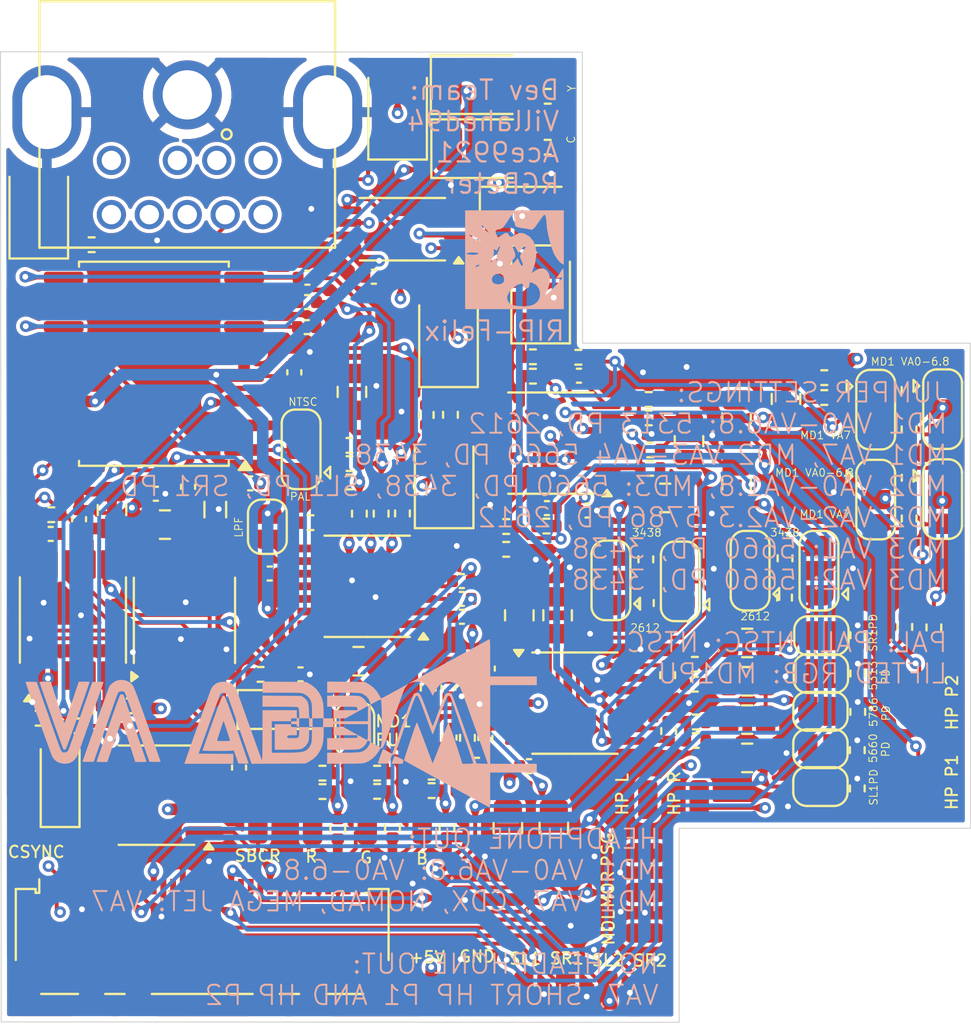
<source format=kicad_pcb>
(kicad_pcb (version 20241229) (generator "pcbnew") (generator_version "9.0")
  (layers (0 "F.Cu" signal) (4 "In1.Cu" signal) (6 "In2.Cu" signal) (2 "B.Cu" signal) (13 "F.Paste" user) (15 "B.Paste" user) (5 "F.SilkS" user "F.Silkscreen") (7 "B.SilkS" user "B.Silkscreen") (1 "F.Mask" user) (3 "B.Mask" user) (25 "Edge.Cuts" user))
  (net 0 "")
  (net 1 "+5V")
  (net 2 "/B-IN")
  (net 3 "GND")
  (net 4 "/PSG")
  (net 5 "/32X_L")
  (net 6 "/32X_R")
  (net 7 "/FM_R")
  (net 8 "/FM_L")
  (net 9 "/CV-OUT")
  (net 10 "/CLK")
  (net 11 "/G-IN")
  (net 12 "/R-OUT")
  (net 13 "/G-OUT")
  (net 14 "/B-OUT")
  (net 15 "/CSync")
  (net 16 "/R-IN")
  (net 17 "/CD_R")
  (net 18 "/CD_L")
  (net 19 "/AUD-R")
  (net 20 "/AUD-L")
  (net 21 "/AUD-M")
  (net 22 "Net-(32XPD1-A)")
  (net 23 "Net-(32XPD2-A)")
  (net 24 "Net-(C3-Pad2)")
  (net 25 "Net-(C4-Pad2)")
  (net 26 "Net-(D1-A)")
  (net 27 "Net-(U2A-RCext)")
  (net 28 "Net-(U2A-Cext)")
  (net 29 "Net-(U2B-Cext)")
  (net 30 "Net-(U2B-RCext)")
  (net 31 "Net-(U3A-+)")
  (net 32 "Net-(U3B-+)")
  (net 33 "Net-(C12-Pad1)")
  (net 34 "Net-(U3A--)")
  (net 35 "Net-(C13-Pad1)")
  (net 36 "Net-(U3B--)")
  (net 37 "Net-(C16-Pad1)")
  (net 38 "Net-(U4-CH2_IN)")
  (net 39 "Net-(C17-Pad1)")
  (net 40 "Net-(U4-CH3_IN)")
  (net 41 "Net-(U4-CH4_IN)")
  (net 42 "Net-(C18-Pad1)")
  (net 43 "Net-(C19-Pad2)")
  (net 44 "Net-(C20-Pad2)")
  (net 45 "Net-(C21-Pad2)")
  (net 46 "Net-(C22-Pad2)")
  (net 47 "Net-(C24-Pad2)")
  (net 48 "Net-(C25-Pad1)")
  (net 49 "Net-(C25-Pad2)")
  (net 50 "Net-(C26-Pad2)")
  (net 51 "Net-(C26-Pad1)")
  (net 52 "Net-(C27-Pad2)")
  (net 53 "Net-(C32-Pad1)")
  (net 54 "Net-(U8-RED)")
  (net 55 "Net-(U8-GREEN)")
  (net 56 "Net-(C33-Pad1)")
  (net 57 "Net-(C34-Pad1)")
  (net 58 "Net-(U8-BLUE)")
  (net 59 "Net-(U7A--)")
  (net 60 "/SR")
  (net 61 "Net-(U7B--)")
  (net 62 "/SL")
  (net 63 "/V_REF")
  (net 64 "/HP_R")
  (net 65 "Net-(HPR_SL2-Pin_1)")
  (net 66 "Net-(C42-Pad1)")
  (net 67 "Net-(C43-Pad1)")
  (net 68 "Net-(C44-Pad1)")
  (net 69 "Net-(HPL_SL2-Pin_1)")
  (net 70 "/HP_L")
  (net 71 "Net-(U8-LUM_OUT)")
  (net 72 "Net-(C46-Pad2)")
  (net 73 "Net-(U8-CHROM_OUT)")
  (net 74 "Net-(C47-Pad2)")
  (net 75 "Net-(C48-Pad2)")
  (net 76 "Net-(U8-CVBS_OUT)")
  (net 77 "Net-(C49-Pad2)")
  (net 78 "Net-(D2-A)")
  (net 79 "/C-OUT")
  (net 80 "/CSync_OUT")
  (net 81 "Net-(D1-K)")
  (net 82 "/Hsync")
  (net 83 "Net-(U8-TRAP)")
  (net 84 "Net-(LPF1-A)")
  (net 85 "/Y-OUT")
  (net 86 "Net-(MD1_PU1-A)")
  (net 87 "/STDSEL")
  (net 88 "Net-(PSGPD1-A)")
  (net 89 "Net-(PSGPD2-A)")
  (net 90 "Net-(PSGPD3-A)")
  (net 91 "Net-(U7C--)")
  (net 92 "Net-(R52-Pad2)")
  (net 94 "/~Vsync")
  (net 98 "/4xCLK")
  (net 101 "Net-(U7D--)")
  (net 102 "/Vsync")
  (net 103 "Net-(FMR_1-C)")
  (net 104 "Net-(FML_1-C)")
  (net 105 "Net-(FML_1-B)")
  (net 106 "Net-(FML_1-A)")
  (net 107 "Net-(FML_2-A)")
  (net 108 "Net-(FML_2-C)")
  (net 109 "Net-(FML_2-B)")
  (net 110 "Net-(FMR_1-B)")
  (net 111 "Net-(FMR_1-A)")
  (net 112 "Net-(FMR_2-B)")
  (net 113 "Net-(FMR_2-A)")
  (net 114 "Net-(FMR_2-C)")
  (net 115 "Net-(HPL_RES1-A)")
  (net 116 "Net-(HPL_RES1-B)")
  (net 117 "Net-(HPL_RES2-B)")
  (net 118 "Net-(HPL_RES2-A)")
  (net 119 "Net-(HPL_RES2-C)")
  (net 120 "Net-(HPL_SL1-Pin_1)")
  (net 121 "Net-(HPR_RES1-A)")
  (net 122 "Net-(HPR_RES1-B)")
  (net 123 "Net-(HPR_RES2-B)")
  (net 124 "Net-(HPR_RES2-A)")
  (net 125 "Net-(HPR_RES2-C)")
  (net 126 "Net-(HPR_SL1-Pin_1)")
  (footprint "Resistor_SMD:R_0402_1005Metric" (layer "F.Cu") (at 197.5125 96.625)
    (property "Reference" "R56" (hide yes))
    (property "Value" "75" (hide yes))
  )
  (footprint "Capacitor_SMD:C_0402_1005Metric" (layer "F.Cu") (at 184.45 110.85 90)
    (property "Reference" "C39" (hide yes))
    (property "Value" "0.1u" (hide yes))
  )
  (footprint "Capacitor_SMD:C_0402_1005Metric" (layer "F.Cu") (at 177.31 117.11)
    (property "Reference" "C8" (hide yes))
    (property "Value" "0.1u" (hide yes))
  )
  (footprint "Jumper:SolderJumper-2_P1.3mm_Open_RoundedPad1.0x1.5mm" (layer "F.Cu") (at 211.575 130.25 180)
    (property "Reference" "PSGPD2" (hide yes))
    (property "Value" "~" (hide yes))
  )
  (footprint "Connector_Wire:SolderWirePad_1x01_SMD_1x2mm" (layer "F.Cu") (at 185.39 134.2)
    (property "Reference" "B_IN1" (hide yes))
    (property "Value" "~" (hide yes))
  )
  (footprint "Resistor_SMD:R_0402_1005Metric" (layer "F.Cu") (at 209.725 122.46 90)
    (property "Reference" "R21" (hide yes))
    (property "Value" "2.2k" (hide yes))
  )
  (footprint "Capacitor_SMD:C_0402_1005Metric" (layer "F.Cu") (at 188.55 105.925)
    (property "Reference" "C31" (hide yes))
    (property "Value" "0.1u" (hide yes))
  )
  (footprint "Resistor_SMD:R_0402_1005Metric" (layer "F.Cu") (at 202.8 115.8 180)
    (property "Reference" "R40" (hide yes))
    (property "Value" "10k" (hide yes))
  )
  (footprint "Connector_Wire:SolderWirePad_1x01_SMD_1x2mm" (layer "F.Cu") (at 170.25 133.9)
    (property "Reference" "S_IN1" (hide yes))
    (property "Value" "~" (hide yes))
  )
  (footprint "Capacitor_SMD:C_0402_1005Metric" (layer "F.Cu") (at 193.0875 122.53 180)
    (property "Reference" "C17" (hide yes))
    (property "Value" "0.1u" (hide yes))
  )
  (footprint "Resistor_SMD:R_0402_1005Metric" (layer "F.Cu") (at 199.095 110.075)
    (property "Reference" "R46" (hide yes))
    (property "Value" "10k" (hide yes))
  )
  (footprint "Package_SO:TSSOP-14_4.4x5mm_P0.65mm" (layer "F.Cu") (at 197.675 114.5 180)
    (property "Reference" "U7" (hide yes))
    (property "Value" "TS924" (hide yes))
  )
  (footprint "Connector_Wire:SolderWirePad_1x01_SMD_1x2mm" (layer "F.Cu") (at 188.21 134.19)
    (property "Reference" "G_IN1" (hide yes))
    (property "Value" "~" (hide yes))
  )
  (footprint "Capacitor_SMD:C_0402_1005Metric" (layer "F.Cu") (at 192.45 129.675 -90)
    (property "Reference" "C11" (hide yes))
    (property "Value" "47p" (hide yes))
  )
  (footprint "Resistor_SMD:R_0402_1005Metric" (layer "F.Cu") (at 185.9 132.46)
    (property "Reference" "R13" (hide yes))
    (property "Value" "5.62k" (hide yes))
  )
  (footprint "Connector_Wire:SolderWirePad_1x01_SMD_1x2mm" (layer "F.Cu") (at 200.62 142.7)
    (property "Reference" "CD_L1" (hide yes))
    (property "Value" "SMD_Conn_01x01" (hide yes))
  )
  (footprint "Connector_Wire:SolderWirePad_1x01_SMD_1x2mm" (layer "F.Cu") (at 182.57 134.14)
    (property "Reference" "CLK_IN1" (hide yes))
    (property "Value" "~" (hide yes))
  )
  (footprint "Capacitor_SMD:C_0805_2012Metric" (layer "F.Cu") (at 204.8 114.4 90)
    (property "Reference" "C26" (hide yes))
    (property "Value" "10u" (hide yes))
  )
  (footprint "Resistor_SMD:R_0402_1005Metric" (layer "F.Cu") (at 216.145 111.765 90)
    (property "Reference" "R63" (hide yes))
    (property "Value" "50k" (hide yes))
  )
  (footprint "Resistor_SMD:R_0402_1005Metric" (layer "F.Cu") (at 188.925 118.135 -90)
    (property "Reference" "R37" (hide yes))
    (property "Value" "75" (hide yes))
  )
  (footprint "Resistor_SMD:R_0402_1005Metric" (layer "F.Cu") (at 205.1 125.9 180)
    (property "Reference" "R26" (hide yes))
    (property "Value" "33k" (hide yes))
  )
  (footprint "Jumper:SolderJumper-3_P1.3mm_Open_RoundedPad1.0x1.5mm" (layer "F.Cu") (at 217.875 112.75 -90)
    (property "Reference" "HPL_RES2" (hide yes))
    (property "Value" "SolderJumper_3_Open" (hide yes))
  )
  (footprint "Jumper:SolderJumper-2_P1.3mm_Open_RoundedPad1.0x1.5mm" (layer "F.Cu") (at 187.57 129.27 90)
    (property "Reference" "MD1_PU1" (hide yes))
    (property "Value" "~" (hide yes))
  )
  (footprint "Capacitor_SMD:C_0805_2012Metric" (layer "F.Cu") (at 177.78 118.7)
    (property "Reference" "C10" (hide yes))
    (property "Value" "10u" (hide yes))
  )
  (footprint "Resistor_SMD:R_0402_1005Metric" (layer "F.Cu") (at 203.75 129.34 -90)
    (property "Reference" "R32" (hide yes))
    (property "Value" "47k" (hide yes))
  )
  (footprint "Capacitor_SMD:C_0402_1005Metric" (layer "F.Cu") (at 199.125 111.025)
    (property "Reference" "C36" (hide yes))
    (property "Value" "5600p" (hide yes))
  )
  (footprint "Resistor_SMD:R_0402_1005Metric" (layer "F.Cu") (at 189.51 134.32 90)
    (property "Reference" "R18" (hide yes))
    (property "Value" "1k" (hide yes))
  )
  (footprint "Connector_Wire:SolderWirePad_1x01_SMD_1x2mm" (layer "F.Cu") (at 197.8775 97.98 90)
    (property "Reference" "CHROMA1" (hide yes))
    (property "Value" "SMD_Conn_01x01" (hide yes))
  )
  (footprint "Diode_SMD:D_SOD-123" (layer "F.Cu") (at 172.375 131.925 90)
    (property "Reference" "D2" (hide yes))
    (property "Value" "1N4148W" (hide yes))
  )
  (footprint "Jumper:SolderJumper-3_P1.3mm_Open_RoundedPad1.0x1.5mm" (layer "F.Cu") (at 200.775 121.575 90)
    (property "Reference" "FML_1" (hide yes))
    (property "Value" "SolderJumper_3_Open" (hide yes))
  )
  (footprint "Resistor_SMD:R_0402_1005Metric" (layer "F.Cu") (at 193.4 126.115 90)
    (property "Reference" "R7" (hide yes))
    (property "Value" "47k" (hide yes))
  )
  (footprint "Resistor_SMD:R_0402_1005Metric" (layer "F.Cu") (at 205.1 126.925 180)
    (property "Reference" "R27" (hide yes))
    (property "Value" "51k" (hide yes))
  )
  (footprint "Capacitor_SMD:C_0402_1005Metric" (layer "F.Cu") (at 184.77 126.42 180)
    (property "Reference" "C5" (hide yes))
    (property "Value" "22n" (hide yes))
  )
  (footprint "Resistor_SMD:R_0402_1005Metric" (layer "F.Cu") (at 173.275 129.075)
    (property "Reference" "R59" (hide yes))
    (property "Value" "47k" (hide yes))
  )
  (footprint "Connector_Wire:SolderWirePad_1x01_SMD_1x2mm" (layer "F.Cu") (at 202.54 137.66 90)
    (property "Reference" "FM_R1" (hide yes))
    (property "Value" "SMD_Conn_01x01" (hide yes))
  )
  (footprint "Capacitor_SMD:C_0805_2012Metric" (layer "F.Cu") (at 195.46 134.34 90)
    (property "Reference" "C4" (hide yes))
    (property "Value" "10u" (hide yes))
  )
  (footprint "Connector_Wire:SolderWirePad_1x01_SMD_1x2mm" (layer "F.Cu") (at 216.67 127.27 90)
    (property "Reference" "HPL_SL2" (hide yes))
    (property "Value" "SMD_Conn_01x01" (hide yes))
  )
  (footprint "Resistor_SMD:R_0402_1005Metric" (layer "F.Cu") (at 213.475 132.3 90)
    (property "Reference" "R15" (hide yes))
    (property "Value" "75" (hide yes))
  )
  (footprint "Connector_Wire:SolderWirePad_1x01_SMD_1x2mm" (layer "F.Cu") (at 202.675 132.875)
    (property "Reference" "HP_L1" (hide yes))
    (property "Value" "SMD_Conn_01x01" (hide yes))
  )
  (footprint "Resistor_SMD:R_0402_1005Metric" (layer "F.Cu") (at 197.5125 99.25)
    (property "Reference" "R57" (hide yes))
    (property "Value" "75" (hide yes))
  )
  (footprint "Jumper:SolderJumper-3_P1.3mm_Open_RoundedPad1.0x1.5mm" (layer "F.Cu") (at 214.425 117.41 -90)
    (property "Reference" "HPR_RES1" (hide yes))
    (property "Value" "SolderJumper_3_Open" (hide yes))
  )
  (footprint "Capacitor_SMD:C_0402_1005Metric" (layer "F.Cu") (at 193.0875 121.61 180)
    (property "Reference" "C18" (hide yes))
    (property "Value" "0.1u" (hide yes))
  )
  (footprint "Connector_Wire:SolderWirePad_1x01_SMD_1x2mm" (layer "F.Cu") (at 205.325 132.865)
    (property "Reference" "HP_R1" (hide yes))
    (property "Value" "SMD_Conn_01x01" (hide yes))
  )
  (footprint "Resistor_SMD:R_0402_1005Metric" (layer "F.Cu") (at 187.805 118.135 -90)
    (property "Reference" "R38" (hide yes))
    (property "Value" "75" (hide yes))
  )
  (footprint "Capacitor_SMD:C_0402_1005Metric" (layer "F.Cu") (at 199.57 117.975)
    (property "Reference" "C37" (hide yes))
    (property "Value" "0.1u" (hide yes))
  )
  (footprint "Resistor_SMD:R_0402_1005Metric" (layer "F.Cu") (at 213.5 126.375 90)
    (property "Reference" "R30" (hide yes))
    (property "Value" "2.7k" (hide yes))
  )
  (footprint "Resistor_SMD:R_0402_1005Metric" (layer "F.Cu") (at 202.725 113.2 180)
    (property "Reference" "R41" (hide yes))
    (property "Value" "10k" (hide yes))
  )
  (footprint "Resistor_SMD:R_0402_1005Metric" (layer "F.Cu") (at 195.375 118.8 180)
    (property "Reference" "R48" (hide yes))
    (property "Value" "100k" (hide yes))
  )
  (footprint "Capacitor_SMD:C_0805_2012Metric" (layer "F.Cu") (at 198.025 123.375 90)
    (property "Reference" "C15" (hide yes))
    (property "Value" "10u" (hide yes))
  )
  (footprint "Capacitor_SMD:C_0805_2012Metric" (layer "F.Cu") (at 187.42 111.86 90)
    (property "Reference" "C38" (hide yes))
    (property "Value" "10u" (hide yes))
  )
  (footprint "Resistor_SMD:R_0402_1005Metric" (layer "F.Cu") (at 202.6 122.74 -90)
    (property "Reference" "R23" (hide yes))
    (property "Value" "2.2k" (hide yes))
  )
  (footprint "Connector_Wire:SolderWirePad_1x01_SMD_1x2mm" (layer "F.Cu") (at 196.28 142.73)
    (property "Reference" "32X_L1" (hide yes))
    (property "Value" "SMD_Conn_01x01" (hide yes))
  )
  (footprint "Package_SO:TSSOP-14_4.4x5mm_P0.65mm" (layer "F.Cu") (at 198.92 127.9)
    (property "Reference" "U3" (hide yes))
    (property "Value" "TS924" (hide yes))
  )
  (footprint "Jumper:SolderJumper-2_P1.3mm_Open_RoundedPad1.0x1.5mm" (layer "F.Cu") (at 183.06 118.81 90)
    (property "Reference" "LPF1" (hide yes))
    (property "Value" "~" (hide yes))
  )
  (footprint "Resistor_SMD:R_0402_1005Metric" (layer "F.Cu") (at 191.53 132.41)
    (property "Reference" "R14" (hide yes))
    (property "Value" "5.62k" (hide yes))
  )
  (footprint "Resistor_SMD:R_0402_1005Metric" (layer "F.Cu") (at 203.7 126.46 90)
    (property "Reference" "R31" (hide yes))
    (property "Value" "47k" (hide yes))
  )
  (footprint "Resistor_SMD:R_0402_1005Metric" (layer "F.Cu") (at 209.75 120.435 -90)
    (property "Reference" "R22" (hide yes))
    (property "Value" "22k" (hide yes))
  )
  (footprint "Package_SO:SOIC-16W_7.5x10.3mm_P1.27mm" (layer "F.Cu") (at 177.21 110.41 180)
    (property "Reference" "U8" (hide yes))
    (property "Value" "AD725" (hide yes))
  )
  (footprint "Resistor_SMD:R_0402_1005Metric" (layer "F.Cu") (at 185.28 118.6 180)
    (property "Reference" "R35" (hide yes))
    (property "Value" "5.62k" (hide yes))
  )
  (footprint "Connector_Wire:SolderWirePad_1x01_SMD_1x2mm" (layer "F.Cu") (at 216.67 128.54 90)
    (property "Reference" "HPL_SL1" (hide yes))
    (property "Value" "SMD_Conn_01x01" (hide yes))
  )
  (footprint "Capacitor_Tantalum_SMD:CP_EIA-3528-15_AVX-H" (layer "F.Cu") (at 171.275 102.525 90)
    (property "Reference" "C48" (hide yes))
    (property "Value" "220u" (hide yes))
  )
  (footprint "Capacitor_SMD:C_0402_1005Metric" (layer "F.Cu") (at 185.09 108.52 180)
    (property "Reference" "C32" (hide yes))
    (property "Value" "0.1u" (hide yes))
  )
  (footprint "Connector_Wire:SolderWirePad_1x01_SMD_1x2mm" (layer "F.Cu") (at 191.04 134.15)
    (property "Reference" "R_IN1" (hide yes))
    (property "Value" "~" (hide yes))
  )
  (footprint "Capacitor_Tantalum_SMD:CP_EIA-3528-15_AVX-H" (layer "F.Cu") (at 193.975 99.325)
    (property "Reference" "C47" (hide yes))
    (property "Value" "220u" (hide yes))
  )
  (footprint "Resistor_SMD:R_0402_1005Metric" (layer "F.Cu") (at 215.925 123.975 -90)
    (property "Reference" "R61" (hide yes))
    (property "Value" "100" (hide yes))
  )
  (footprint "Resistor_SMD:R_0402_1005Metric" (layer "F.Cu") (at 171.92 118.19)
    (property "Reference" "R2" (hide yes))
    (property "Value" "10k" (hide yes))
  )
  (footprint "Resistor_SMD:R_0402_1005Metric" (layer "F.Cu") (at 213.5 124.4 90)
    (property "Reference" "R17" (hide yes))
    (property "Value" "75" (hide yes))
  )
  (footprint "Connector_Wire:SolderWirePad_1x01_SMD_1x2mm" (layer "F.Cu") (at 216.62 131.38 90)
    (property "Reference" "HPR_SL2" (hide yes))
    (property "Value" "SMD_Conn_01x01" (hide yes))
  )
  (footprint "Capacitor_Tantalum_SMD:CP_EIA-3528-15_AVX-H" (layer "F.Cu") (at 197.15 106.9 90)
    (property "Reference" "C44" (hide yes))
    (property "Value" "47u" (hide yes))
  )
  (footprint "Resistor_SMD:R_0402_1005Metric" (layer "F.Cu") (at 182.71 126.42 180)
    (property "Reference" "R1" (hide yes))
    (property "Value" "4.7k" (hide yes))
  )
  (footprint "Resistor_SMD:R_0402_1005Metric" (layer "F.Cu") (at 192.32 134.31 90)
    (property "Reference" "R19" (hide yes))
    (property "Value" "1k" (hide yes))
  )
  (footprint "Capacitor_Tantalum_SMD:CP_EIA-3528-15_AVX-H" (layer "F.Cu") (at 193.95 96.025)
    (property "Reference" "C46" (hide yes))
    (property "Value" "220u" (hide yes))
  )
  (footprint "Capacitor_SMD:C_0402_1005Metric" (layer "F.Cu") (at 171.89 119.18 180)
    (property "Reference" "C6" (hide yes))
    (property "Value" "1n" (hide yes))
  )
  (footprint "Capacitor_SMD:C_0402_1005Metric" (layer "F.Cu") (at 181.6 131.22 -90)
    (property "Reference" "C23" (hide yes))
    (property "Value" "0.01u" (hide yes))
  )
  (footprint "Resistor_SMD:R_0402_1005Metric" (layer "F.Cu") (at 202.8 114.85 180)
    (property "Reference" "R39" (hide yes))
    (property "Value" "7.5k" (hide yes))
  )
  (footprint "Connector_Wire:SolderWirePad_1x01_SMD_1x2mm" (layer "F.Cu") (at 193.97 142.82)
    (property "Reference" "GND1" (hide yes))
    (property "Value" "~" (hide yes))
  )
  (footprint "Connector_Wire:SolderWirePad_1x01_SMD_1x2mm" (layer "F.Cu") (at 191.51 142.82)
    (property "Reference" "5V1" (hide yes))
    (property "Value" "~" (hide yes))
  )
  (footprint "Resistor_SMD:R_0402_1005Metric" (layer "F.Cu") (at 187.295 114.615 180)
    (property "Reference" "R43" (hide yes))
    (property "Value" "75" (hide yes))
  )
  (footprint "Capacitor_SMD:C_0402_1005Metric" (layer "F.Cu") (at 183.18 121.22 180)
    (property "Reference" "C28" (hide yes))
    (property "Value" "0.1u" (hide yes))
  )
  (footprint "Jumper:SolderJumper-2_P1.3mm_Open_RoundedPad1.0x1.5mm" (layer "F.Cu") (at 211.575 128.325 180)
    (property "Reference" "PSGPD3" (hide yes))
    (property "Value" "~" (hide yes))
  )
  (footprint "Resistor_SMD:R_0402_1005Metric" (layer "F.Cu") (at 196.75 110.05 180)
    (property "Reference" "R55" (hide yes))
    (property "Value" "330" (hide yes))
  )
  (footprint "Jumper:SolderJumper-2_P1.3mm_Open_RoundedPad1.0x1.5mm" (layer "F.Cu") (at 211.625 124.425 180)
    (property "Reference" "32XPD2" (hide yes))
    (property "Value" "~" (hide yes))
  )
  (footprint "Resistor_SMD:R_0402_1005Metric" (layer "F.Cu") (at 205.15 128.875 180)
    (property "Reference" "R28" (hide yes))
    (property "Value" "51k" (hide yes))
  )
  (footprint "Resistor_SMD:R_0402_1005Metric" (layer "F.Cu") (at 185.9 131.51)
    (property "Reference" "R9" (hide yes))
    (property "Value" "5.62k" (hide yes))
  )
  (footprint "Capacitor_SMD:C_0402_1005Metric" (layer "F.Cu") (at 185.125 105.975 180)
    (property "Reference" "C34" (hide yes))
    (property "Value" "0.1u" (hide yes))
  )
  (footprint "Connector_Wire:SolderWirePad_1x01_SMD_1x2mm" (layer "F.Cu") (at 197.8475 95.42 90)
    (property "Reference" "LUMA1" (hide yes))
    (property "Value" "SMD_Conn_01x01" (hide yes))
  )
  (footprint "Capacitor_SMD:C_0805_2012Metric" (layer "F.Cu") (at 196.05 123.375 90)
    (property "Reference" "C14" (hide yes))
    (property "Value" "10u" (hide yes))
  )
  (footprint "Package_SO:TSSOP-8_4.4x3mm_P0.65mm" (layer "F.Cu") (at 190.025 103.475 180)
    (property "Reference" "U6" (hide yes))
    (property "Value" "TS922" (hide yes))
  )
  (footprint "Resistor_SMD:R_0402_1005Metric" (layer "F.Cu") (at 216.15 116.285 90)
    (property "Reference" "R65" (hide yes))
    (property "Value" "50k" (hide yes))
  )
  (footprint "Resistor_SMD:R_0402_1005Metric" (layer "F.Cu") (at 196.75 111.05)
    (property "Reference" "R49" (hide yes))
    (property "Value" "100k" (hide yes))
  )
  (footprint "Capacitor_SMD:C_0402_1005Metric" (layer "F.Cu") (at 194.425 126.12 -90)
    (property "Reference" "C12" (hide yes))
    (property "Value" "47p" (hide yes))
  )
  (footprint "Capacitor_SMD:C_0805_2012Metric" (layer "F.Cu") (at 207.25 113.225 90)
    (property "Reference" "C27" (hide yes))
    (property "Value" "10u" (hide yes))
  )
  (footprint "Jumper:SolderJumper-3_P1.3mm_Open_RoundedPad1.0x1.5mm" (layer "F.Cu") (at 184.8 114.82 90)
    (property "Reference" "NTSC/PAL1" (hide yes))
    (property "Value" "SolderJumper_3_Open" (hide yes))
  )
  (footprint "Resistor_SMD:R_0402_1005Metric" (layer "F.Cu") (at 175.97 128.04 180)
    (property "Reference" "R3" (hide yes))
    (property "Value" "10k" (hide yes))
  )
  (footprint "Resistor_SMD:R_0402_1005Metric" (layer "F.Cu") (at 205.15 129.825 180)
    (property "Reference" "R29" (hide yes))
    (property "Value" "33k" (hide yes))
  )
  (footprint "Capacitor_Tantalum_SMD:CP_EIA-3528-15_AVX-H" (layer "F.Cu") (at 192.4 109.15 90)
    (property "Reference" "C43" (hide yes))
    (property "Value" "47u" (hide yes))
  )
  (footprint "Capacitor_SMD:C_0805_2012Metric" (layer "F.Cu") (at 207.25 116.625 90)
    (property "Reference" "C24" (hide yes))
    (property "Value" "10u" (hide yes))
  )
  (footprint "Connector_Wire:SolderWirePad_1x01_SMD_1x2mm" (layer "F.Cu") (at 202.79 142.7)
    (property "Reference" "CD_R1" (hide yes))
    (property "Value" "SMD_Conn_01x01" (hide yes))
  )
  (footprint "Capacitor_SMD:C_0402_1005Metric" (layer "F.Cu") (at 194.3 129.695 90)
    (property "Reference" "C13" (hide yes))
    (property "Value" "47p" (hide yes))
  )
  (footprint "Resistor_SMD:R_0402_1005Metric" (layer "F.Cu") (at 211.775 111.125)
    (property "Reference" "R50" (hide yes))
    (property "Value" "10k" (hide yes))
  )
  (footprint "Capacitor_SMD:C_0805_2012Metric" (layer "F.Cu") (at 175.05 117.95 90)
    (property "Reference" "C1" (hide yes))
    (property "Value" "10u" (hide yes))
  )
  (footprint "Capacitor_Tantalum_SMD:CP_EIA-3528-15_AVX-H" (layer "F.Cu") (at 196.475 102.8)
    (property "Reference" "C45" (hide yes))
    (property "Value" "100u" (hide yes))
  )
  (footprint "Resistor_SMD:R_0402_1005Metric" (layer "F.Cu") (at 171.27 128.68)
    (property "Reference" "R6" (hide yes))
    (property "Value" "2.2k" (hide yes))
  )
  (footprint "Resistor_SMD:R_0402_1005Metric" (layer "F.Cu") (at 193.375 129.69 -90)
    (property "Reference" "R8" (hide yes))
    (property "Value" "47k" (hide yes))
  )
  (footprint "Resistor_SMD:R_0402_1005Metric" (layer "F.Cu") (at 187.295 115.555 180)
    (property "Reference" "R44" (hide yes))
    (property "Value" "75" (hide yes))
  )
  (footprint "Resistor_SMD:R_0402_1005Metric" (layer "F.Cu") (at 191.35 127.1 -90)
    (property "Reference" "R4" (hide yes))
    (property "Value" "47k" (hide yes))
  )
  (footprint "Jumper:SolderJumper-3_P1.3mm_Open_RoundedPad1.0x1.5mm" (layer "F.Cu") (at 214.425 112.775 -90)
    (property "Reference" "HPL_RES1" (hide yes))
    (property "Value" "SolderJumper_3_Open" (hide yes))
  )
  (footprint "Capacitor_SMD:C_0805_2012Metric" (layer "F.Cu") (at 207.8 124.8 180)
    (property "Reference" "C19" (hide yes))
    (property "Value" "10u" (hide yes))
  )
  (footprint "Resistor_SMD:R_0402_1005Metric" (layer "F.Cu") (at 211.775 112.15 180)
    (property "Reference" "R51" (hide yes))
    (property "Value" "10k" (hide yes))
  )
  (footprint "Inductor_SMD:L_0805_2012Metric" (layer "F.Cu") (at 180.375 117.925 -90)
    (property "Reference" "L1" (hide yes))
    (property "Value" "68u" (hide yes))
  )
  (footprint "Capacitor_SMD:C_0805_2012Metric" (layer "F.Cu") (at 187.76 125.74)
    (property "Reference" "C29" (hide yes))
    (property "Value" "10u" (hide yes))
  )
  (footprint "Resistor_SMD:R_0402_1005Metric" (layer "F.Cu") (at 213.475 130.325 90)
    (property "Reference" "R33" (hide yes))
    (property "Value" "3.2k" (hide yes))
  )
  (footprint "Jumper:SolderJumper-3_P1.3mm_Open_RoundedPad1.0x1.5mm" (layer "F.Cu") (at 211.5 121.075 90)
    (property "Reference" "FMR_1" (hide yes))
    (property "Value" "SolderJumper_3_Open" (hide yes))
  )
  (footprint "Capacitor_SMD:C_0805_2012Metric" (layer "F.Cu") (at 207.8 128.75 180)
    (property "Reference" "C21" (hide yes))
    (property "Value" "10u" (hide yes))
  )
  (footprint "Connector_Wire:SolderWirePad_1x01_SMD_1x2mm" (layer "F.Cu") (at 216.62 132.66 90)
    (property "Reference" "HPR_SL1" (hide yes))
    (property "Value" "SMD_Conn_01x01" (hide yes))
  )
  (footprint "Jumper:SolderJumper-3_P1.3mm_Open_RoundedPad1.0x1.5mm" (layer "F.Cu") (at 207.95 121.075 90)
    (property "Reference" "FMR_2" (hide yes))
    (property "Value" "SolderJumper_3_Open" (hide yes))
  )
  (footprint "Capacitor_SMD:C_0805_2012Metric" (layer "F.Cu") (at 207.8 130.725 180)
    (property "Reference" "C22" (hide yes))
    (property "Value" "10u" (hide yes))
  )
  (footprint "Capacitor_Tantalum_SMD:CP_EIA-3528-15_AVX-H" (layer "F.Cu") (at 192.175 116.425 90)
    (property "Reference" "C42" (hide yes))
    (property "Value" "47u" (hide yes))
  )
  (footprint "Resistor_SMD:R_0402_1005Metric" (layer "F.Cu") (at 197.45 118.775)
    (property "Reference" "R47" (hide yes))
    (property "Value" "10k" (hide yes))
  )
  (footprint "Capacitor_SMD:C_0805_2012Metric" (layer "F.Cu") (at 207.8 126.775 180)
    (property "Reference" "C20" (hide yes))
    (property "Value" "10u" (hide yes))
  )
  (footprint "Resistor_SMD:R_0402_1005Metric" (layer "F.Cu") (at 186.69 134.38 90)
    (property "Reference" "R16" (hide yes))
    (property "Value" "1k" (hide yes))
  )
  (footprint "Jumper:SolderJumper-2_P1.3mm_Open_RoundedPad1.0x1.5mm" (layer "F.Cu") (at 211.575 132.2 180)
    (property "Reference" "32XPD1" (hide yes))
    (property "Value" "~" (hide yes))
  )
  (footprint "Capacitor_SMD:C_0402_1005Metric" (layer "F.Cu") (at 174.01 128.05)
    (property "Reference" "C7" (hide yes))
    (property "Value" "22n" (hide yes))
  )
  (footprint "Capacitor_SMD:C_0402_1005Metric" (layer "F.Cu") (at 197.475 117.85)
    (property "Reference" "C35" (hide yes))
    (property "Value" "5600p" (hide yes))
  )
  (footprint "Connector_FFC-FPC:Molex_502244-3330_1x33-1MP_P0.5mm_Horizontal" (layer "F.Cu") (at 179.7 140.44)
    (property "Reference" "Z1" (hide yes))
    (property "Value" "Conn_01x33_Pin" (hide yes))
  )
  (footprint "Capacitor_SMD:C_0805_2012Metric" (layer "F.Cu") (at 197.83 134.33 90)
    (property "Reference" "C3" (hide yes))
    (property "Value" "10u" (hide yes))
  )
  (footprint "Connector_Wire:SolderWirePad_1x01_SMD_1x2mm" (layer "F.Cu") (at 202.51 139.75 90)
    (property "Reference" "FM_L1" (hide yes))
    (property "Value" "SMD_Conn_01x01" (hide yes))
  )
  (footprint "Resistor_SMD:R_0402_1005Metric" (layer "F.Cu") (at 193.825 131.1)
    (property "Reference" "R5" (hide yes))
    (property "Value" "47k" (hide yes))
  )
  (footprint "Package_SO:TSSOP-14_4.4x5mm_P0.65mm" (layer "F.Cu") (at 178.785 123.635 90)
    (property "Reference" "U1" (hide yes))
    (property "Value" "4070" (hide yes))
  )
  (footprint "Resistor_SMD:R_0402_1005Metric" (layer "F.Cu") (at 188.72 131.51)
    (property "Reference" "R10" (hide yes))
    (property "Value" "5.62k" (hide yes))
  )
  (footprint "Resistor_SMD:R_0402_1005Metric" (layer "F.Cu") (at 217.425 124 -90)
    (property "Reference" "R60" (hide yes))
    (property "Value" "100" (hide yes))
  )
  (footprint "Resistor_SMD:R_0402_1005Metric" (layer "F.Cu") (at 213.5 128.35 90)
    (property "Reference" "R34" (hide yes))
    (property "Value" "1k" (hide yes))
  )
  (footprint "Resistor_SMD:R_0402_1005Metric" (layer "F.Cu") (at 191.25 113.05 90)
    (property "Reference" "R54" (hide yes))
    (property "Value" "330" (hide yes))
  )
  (footprint "Jumper:SolderJumper-3_P1.3mm_Open_RoundedPad1.0x1.5mm" (layer "F.Cu") (at 217.875 117.385 -90)
    (property "Reference" "HPR_RES2" (hide yes))
    (property "Value" "SolderJumper_3_Open" (hide yes))
  )
  (footprint "Capacitor_SMD:C_0402_1005Metric" (layer "F.Cu") (at 193.0875 123.45 180)
    (property "Reference" "C16" (hide yes))
    (property "Value" "0.1u" (hide yes))
  )
  (footprint "Capacitor_SMD:C_0805_2012Metric" (layer "F.Cu") (at 209.8 112.225 90)
    (property "Reference" "C40" (hide yes))
    (property "Value" "10u" (hide yes))
  )
  (footprint "Resistor_SMD:R_0402_1005Metric" (layer "F.Cu") (at 216.145 113.795 90)
    (property "Reference" "R62" (hide yes))
    (property "Value" "10k" (hide yes))
  )
  (footprint "Resistor_SMD:R_0402_1005Metric" (layer "F.Cu") (at 174 104.275)
    (property "Reference" "R58" (hide yes))
    (property "Value" "75" (hide yes))
  )
  (footprint "Capacitor_SMD:C_0402_1005Metric" (layer "F.Cu") (at 196.55 131.15)
    (property "Reference" "C30" (hide yes))
    (property "Value" "0.1u" (hide yes))
  )
  (footprint "Package_SO:TSSOP-16_4.4x5mm_P0.65mm" (layer "F.Cu") (at 173.035 123.6175 90)
    (property "Reference" "U2" (hide yes))
    (property "Value" "74HC123" (hide yes))
  )
  (footprint "Capacitor_SMD:C_0805_2012Metric" (layer "F.Cu") (at 203.575 117.325)
    (property "Reference" "C25" (hide yes))
    (property "Value" "10u" (hide yes))
  )
  (footprint "Package_SO:TSSOP-14_4.4x5mm_P0.65mm" (layer "F.Cu") (at 188.2075 121.88 180)
    (property "Reference" "U4" (hide yes))
    (property "Value" "THS7374" (hide yes))
  )
  (footprint "Resistor_SMD:R_0402_1005Metric" (layer "F.Cu") (at 192.5 113.04 90)
    (property "Reference" "R52" (hide yes))
    (property "Value" "47k" (hide yes))
  )
  (footprint "Resistor_SMD:R_0402_1005Metric" (layer "F.Cu") (at 188.72 132.45)
    (property "Reference" "R12" (hide yes))
    (property "Value" "5.62k" (hide yes))
  )
  (footprint "Resistor_SMD:R_0402_1005Metric" (layer "F.Cu") (at 191.53 131.46)
    (property "Reference" "R11" (hide yes))
    (property "Value" "5.62k" (hide yes))
  )
  (footprint "Capacitor_SMD:C_0402_1005Metric" (layer "F.Cu") (at 173.35 118.42 90)
    (property "Reference" "C2" (hide yes))
    (property "Value" "0.1u" (hide yes))
  )
  (footprint "Connector_Wire:SolderWirePad_1x01_SMD_1x2mm" (layer "F.Cu") (at 198.44 142.72)
    (property "Reference" "32X_R1" (hide yes))
    (property "Value" "SMD_Conn_01x01" (hide yes))
  )
  (footprint "Resistor_SMD:R_0402_1005Metric" (layer "F.Cu") (at 202.575 120.49 -90)
    (property "Reference" "R24" (hide yes))
    (property "Value" "22k" (hide yes))
  )
  (footprint "Capacitor_SMD:C_0402_1005Metric" (layer "F.Cu") (at 192.4 127.1 -90)
    (property "Reference" "C9" (hide yes))
    (property "Value" "47p" (hide yes))
  )
  (footprint "Capacitor_SMD:C_0402_1005Metric" (layer "F.Cu") (at 182.175 116.575 180)
    (property "Reference" "C49" (hide yes))
    (property "Value" "9p" (hide yes))
  )
  (footprint "Resistor_SMD:R_0402_1005Metric" (layer "F.Cu") (at 195.375 119.975 180)
    (property "Reference" "R53" (hide yes))
    (property "Value" "330" (hide yes))
  )
  (footprint "MyLibrary:MD90SM-MD2" (layer "F.Cu") (at 178.929 104.933)
    (property "Reference" "CN1" (hide yes))
    (property "Value" "MD-90SM_MD2" (hide yes))
  )
  (footprint "Resistor_SMD:R_0402_1005Metric" (layer "F.Cu") (at 216.15 118.385 90)
    (property "Reference" "R64" (hide yes))
    (property "Value" "10k" (hide yes))
  )
  (footprint "Capacitor_SMD:C_0402_1005Metric" (layer "F.Cu") (at 185.11 107.23 180)
    (property "Reference" "C33" (hide yes))
    (property "Value" "0.1u" (hide yes))
  )
  (footprint "Jumper:SolderJumper-2_P1.3mm_Open_RoundedPad1.0x1.5mm" (layer "F.Cu") (at 211.6 126.375 180)
    (property "Reference" "PSGPD1" (hide yes))
    (property "Value" "~" (hide yes))
  )
  (footprint "Package_SO:SOIC-8_3.9x4.9mm_P1.27mm" (layer "F.Cu") (at 177.34 132.645 180)
    (property "Reference" "U5" (hide yes))
    (property "Value" "ICS501" (hide yes))
  )
  (footprint "Resistor_SMD:R_0402_1005Metric" (layer "F.Cu") (at 202.725 112.25 180)
    (property "Reference" "R42" (hide yes))
    (property "Value" "7.5k" (hide yes))
  )
  (footprint "Capacitor_Tantalum_SMD:CP_EIA-3528-15_AVX-H" (layer "F.Cu") (at 189.775 97.425 90)
    (property "Reference" "C41" (hide yes))
    (property "Value" "100u" (hide yes))
  )
  (footprint "Diode_SMD:D_SOD-123" (layer "F.Cu") (at 183.88 128.23)
    (property "Reference" "D1" (hide yes))
    (property "Value" "1N4148W" (hide yes))
  )
  (footprint "Resistor_SMD:R_0402_1005Metric" (layer "F.Cu") (at 190.025 118.125 -90)
    (property "Reference" "R36" (hide yes))
    (property "Value" "75" (hide yes))
  )
  (footprint "Connector_Wire:SolderWirePad_1x01_SMD_1x2mm" (layer "F.Cu") (at 202.53 135.61 90)
    (property "Reference" "P1" (hide yes))
    (property "Value" "SMD_Conn_01x01" (hide yes))
  )
  (footprint "Capacitor_SMD:C_0402_1005Metric" (layer "F.Cu") (at 178.975 116.75 90)
    (property "Reference" "C50" (hide yes))
    (property "Value" "18p" (hide yes))
  )
  (footprint "Jumper:SolderJumper-3_P1.3mm_Open_RoundedPad1.0x1.5mm" (layer "F.Cu") (at 204.35 121.625 90)
    (property "Reference" "FML_2" (hide yes))
    (property "Value" "SolderJumper_3_Open" (hide yes))
  )
  (footprint "Resistor_SMD:R_0402_1005Metric" (layer "F.Cu") (at 187.295 116.505 180)
    (property "Reference" "R45" (hide yes))
    (property "Value" "75" (hide yes))
  )
  (footprint "LOGO_Library:RIP-Felix Logo(Small)" (layer "B.Cu") (at 195.8 105.05 180)
    (property "Reference" "G***" (hide yes))
    (property "Value" "LOGO" (hide yes))
  )
  (footprint "LOGO_Library:MegaAV Logo 2" (layer "B.Cu") (at 182.44896 128.924989 180)
    (property "Reference" "G***" (hide yes))
    (property "Value" "LOGO" (hide yes))
  )
  (gr_line (start 169.34 144.33) (end 204.29 144.35) (stroke (width 0.05)) (layer "Edge.Cuts"))
  (gr_line (start 199.3 94.35) (end 169.3 94.33) (stroke (width 0.05)) (layer "Edge.Cuts"))
  (gr_line (start 199.3 94.35) (end 199.31 109.35) (stroke (width 0.05)) (layer "Edge.Cuts"))
  (gr_line (start 219.32 134.35) (end 219.3 109.35) (stroke (width 0.05)) (layer "Edge.Cuts"))
  (gr_line (start 204.29 139.35) (end 204.29 134.35) (stroke (width 0.05)) (layer "Edge.Cuts"))
  (gr_line (start 204.29 139.35) (end 204.29 144.35) (stroke (width 0.05)) (layer "Edge.Cuts"))
  (gr_line (start 204.29 134.35) (end 214.32 134.35) (stroke (width 0.05)) (layer "Edge.Cuts"))
  (gr_line (start 209.31 109.35) (end 214.31 109.35) (stroke (width 0.05)) (layer "Edge.Cuts"))
  (gr_line (start 214.32 134.35) (end 219.32 134.35) (stroke (width 0.05)) (layer "Edge.Cuts"))
  (gr_line (start 199.31 109.35) (end 209.31 109.35) (stroke (width 0.05)) (layer "Edge.Cuts"))
  (gr_line (start 219.3 109.35) (end 214.31 109.35) (stroke (width 0.05)) (layer "Edge.Cuts"))
  (gr_line (start 169.3 94.33) (end 169.34 144.33) (stroke (width 0.05)) (layer "Edge.Cuts"))
  (gr_text "HP P1" (at 218.7 133.47 90) (layer "F.SilkS") (effects (font (size 0.6 0.6) (thickness 0.1)) (justify left bottom)))
  (gr_text "2612" (at 207.42 123.66 0) (layer "F.SilkS") (effects (font (size 0.4 0.4) (thickness 0.05)) (justify left bottom)))
  (gr_text "MD1\nPU" (at 188.57 130.15 0) (layer "F.SilkS") (effects (font (size 0.6 0.6) (thickness 0.1)) (justify left bottom)))
  (gr_text "SL1" (at 195.47 141.42 0) (layer "F.SilkS") (effects (font (size 0.6 0.6) (thickness 0.1)) (justify left bottom)))
  (gr_text "5660\n PD" (at 215.17 131.02 90) (layer "F.SilkS") (effects (font (size 0.4 0.4) (thickness 0.05)) (justify left bottom)))
  (gr_text "C" (at 198.95 99.09 90) (layer "F.SilkS") (effects (font (size 0.4 0.4) (thickness 0.05)) (justify left bottom)))
  (gr_text "5786\n PD" (at 215.19 129.16 90) (layer "F.SilkS") (effects (font (size 0.4 0.4) (thickness 0.05)) (justify left bottom)))
  (gr_text "B" (at 190.67 136.26 0) (layer "F.SilkS") (effects (font (size 0.6 0.6) (thickness 0.1)) (justify left bottom)))
  (gr_text "HP P2" (at 218.71 129.36 90) (layer "F.SilkS") (effects (font (size 0.6 0.6) (thickness 0.1)) (justify left bottom)))
  (gr_text "5313\n PD" (at 215.17 127.28 90) (layer "F.SilkS") (effects (font (size 0.4 0.4) (thickness 0.05)) (justify left bottom)))
  (gr_text "MD1 VA7" (at 210.5 114.33 0) (layer "F.SilkS") (effects (font (size 0.4 0.4) (thickness 0.05)) (justify left bottom)))
  (gr_text "LPF" (at 181.82 119.4 90) (layer "F.SilkS") (effects (font (size 0.4 0.4) (thickness 0.05)) (justify left bottom)))
  (gr_text "SL2" (at 199.73 141.5 0) (layer "F.SilkS") (effects (font (size 0.6 0.6) (thickness 0.1)) (justify left bottom)))
  (gr_text "G" (at 187.79 136.21 0) (layer "F.SilkS") (effects (font (size 0.6 0.6) (thickness 0.1)) (justify left bottom)))
  (gr_text "SBCR" (at 181.31 136.12 0) (layer "F.SilkS") (effects (font (size 0.6 0.6) (thickness 0.1)) (justify left bottom)))
  (gr_text "R" (at 184.96 136.16 0) (layer "F.SilkS") (effects (font (size 0.6 0.6) (thickness 0.1)) (justify left bottom)))
  (gr_text "MD1 VA0-6.8" (at 214.14 110.53 0) (layer "F.SilkS") (effects (font (size 0.4 0.4) (thickness 0.05)) (justify left bottom)))
  (gr_text "3438" (at 201.83 119.35 0) (layer "F.SilkS") (effects (font (size 0.4 0.4) (thickness 0.05)) (justify left bottom)))
  (gr_text "CSYNC" (at 169.62 135.92 0) (layer "F.SilkS") (effects (font (size 0.6 0.6) (thickness 0.1)) (justify left bottom)))
  (gr_text "2612" (at 201.74 124.26 0) (layer "F.SilkS") (effects (font (size 0.4 0.4) (thickness 0.05)) (justify left bottom)))
  (gr_text "GND" (at 192.89 141.31 0) (layer "F.SilkS") (effects (font (size 0.6 0.6) (thickness 0.1)) (justify left bottom)))
  (gr_text "MOR" (at 200.97 138.52 90) (layer "F.SilkS") (effects (font (size 0.6 0.6) (thickness 0.1)) (justify left bottom)))
  (gr_text "NTSC" (at 184.11 112.61 0) (layer "F.SilkS") (effects (font (size 0.4 0.4) (thickness 0.05)) (justify left bottom)))
  (gr_text "HP R" (at 204.39 133.76 90) (layer "F.SilkS") (effects (font (size 0.6 0.6) (thickness 0.1)) (justify left bottom)))
  (gr_text "SR1" (at 197.56 141.41 0) (layer "F.SilkS") (effects (font (size 0.6 0.6) (thickness 0.1)) (justify left bottom)))
  (gr_text "MD1 VA7" (at 210.47 118.4 0) (layer "F.SilkS") (effects (font (size 0.4 0.4) (thickness 0.05)) (justify left bottom)))
  (gr_text "3438" (at 208.95 119.34 0) (layer "F.SilkS") (effects (font (size 0.4 0.4) (thickness 0.05)) (justify left bottom)))
  (gr_text "SR1PD" (at 214.53 125.29 90) (layer "F.SilkS") (effects (font (size 0.4 0.4) (thickness 0.05)) (justify left bottom)))
  (gr_text "+5V" (at 190.31 141.35 0) (layer "F.SilkS") (effects (font (size 0.6 0.6) (thickness 0.1)) (justify left bottom)))
  (gr_text "SR2" (at 201.86 141.52 0) (layer "F.SilkS") (effects (font (size 0.6 0.6) (thickness 0.1)) (justify left bottom)))
  (gr_text "PSG" (at 200.96 136.4 90) (layer "F.SilkS") (effects (font (size 0.6 0.6) (thickness 0.1)) (justify left bottom)))
  (gr_text "SL1PD" (at 214.55 133.21 90) (layer "F.SilkS") (effects (font (size 0.4 0.4) (thickness 0.05)) (justify left bottom)))
  (gr_text "MD1 VA0-6.8" (at 209.21 116.26 0) (layer "F.SilkS") (effects (font (size 0.4 0.4) (thickness 0.05)) (justify left bottom)))
  (gr_text "MOL" (at 201 140.45 90) (layer "F.SilkS") (effects (font (size 0.6 0.6) (thickness 0.1)) (justify left bottom)))
  (gr_text "HP L" (at 201.71 133.75 90) (layer "F.SilkS") (effects (font (size 0.6 0.6) (thickness 0.1)) (justify left bottom)))
  (gr_text "Y" (at 198.98 96.42 90) (layer "F.SilkS") (effects (font (size 0.4 0.4) (thickness 0.05)) (justify left bottom)))
  (gr_text "PAL" (at 184.19 117.49 0) (layer "F.SilkS") (effects (font (size 0.4 0.4) (thickness 0.05)) (justify left bottom)))
  (gr_text "RIP-Felix" (at 198.47 108.72 0) (layer "B.SilkS") (effects (font (size 1 1) (thickness 0.12) (bold yes)) (justify left mirror)))
  (gr_text "JUMPER SETTINGS:\nMD1 VA0-VA6.8: 5313 PD, 2612\nMD1 VA7, MD2 VA3-VA4 5660 PD, 3438\nMD2 VA0-VA1.8, MD3: 5660 PD, 3438, SL1 PD, SR1 PD\nMD2 VA2-VA2.3 5786 PD, 2612\nMD3 VA1: 5660 PD, 3438\nMD3 VA2: 5660 PD, 3438 \n\nPAL: PAL, NTSC: NTSC\nLIFTED RGB: MD1PU" (at 218.19 126.97 0) (layer "B.SilkS") (effects (font (size 1 1) (thickness 0.1)) (justify left bottom mirror)))
  (gr_text "Dev Team:\nVillahed94\nAce9921\nRGBeter\n" (at 198.19 98.72 0) (layer "B.SilkS") (effects (font (size 1 1) (thickness 0.12) (bold yes)) (justify left mirror)))
  (gr_text "HEADPHONE OUT:\nMD1 VA0-VA6.8: VA0-6.8\nMD1 VA7, CDX, NOMAD, MEGA JET: VA7\n\nNO HEADPHONE OUT:\nVA7, SHORT HP P1 AND HP P2" (at 203.31 143.54 0) (layer "B.SilkS") (effects (font (size 1 1) (thickness 0.1)) (justify left bottom mirror)))
  (segment (start 177.21613 121.811) (end 176.835 121.42987) (width 0.2) (layer "F.Cu") (net 1))
  (segment (start 176.115 117.825) (end 176.83 117.11) (width 0.6) (layer "F.Cu") (net 1))
  (segment (start 184.8 113.52) (end 183.68 112.4) (width 0.2) (layer "F.Cu") (net 1))
  (segment (start 184.759999 110.37) (end 185.299999 110.91) (width 0.2) (layer "F.Cu") (net 1))
  (segment (start 181.86 111.045) (end 183.42 111.045) (width 0.2) (layer "F.Cu") (net 1))
  (segment (start 180.299999 133.28) (end 179.815 133.28) (width 0.2) (layer "F.Cu") (net 1))
  (segment (start 183.66 123.61) (end 183.66 124.525) (width 0.6) (layer "F.Cu") (net 1))
  (segment (start 171.78 128.68) (end 171.78 126.85) (width 0.2) (layer "F.Cu") (net 1))
  (segment (start 176.9 128.175) (end 176.615 128.175) (width 0.6) (layer "F.Cu") (net 1))
  (segment (start 177.925 133.375) (end 179.72 133.375) (width 0.6) (layer "F.Cu") (net 1))
  (segment (start 187.6 104.8) (end 188.07 105.27) (width 0.6) (layer "F.Cu") (net 1))
  (segment (start 187.42 110.91) (end 187.26 110.75) (width 0.2) (layer "F.Cu") (net 1))
  (segment (start 188.825 105.1) (end 187.9 105.1) (width 0.6) (layer "F.Cu") (net 1))
  (segment (start 172.43 118.19) (end 172.64 118.19) (width 0.2) (layer "F.Cu") (net 1))
  (segment (start 183.66 124.525) (end 183.66 124.66) (width 0.2) (layer "F.Cu") (net 1))
  (segment (start 181.86 109.775) (end 181.86 111.045) (width 0.6) (layer "F.Cu") (net 1))
  (segment (start 185.345 121.23) (end 183.67 121.23) (width 0.2) (layer "F.Cu") (net 1))
  (segment (start 176.075 117.825) (end 176.075 117.875) (width 0.6) (layer "F.Cu") (net 1))
  (segment (start 183.36 118.16) (end 183.5 118.3) (width 0.2) (layer "F.Cu") (net 1))
  (segment (start 180.425 110.975) (end 181.79 110.975) (width 0.6) (layer "F.Cu") (net 1))
  (segment (start 179.783999 121.811) (end 177.21613 121.811) (width 0.2) (layer "F.Cu") (net 1))
  (segment (start 181.6 131.7) (end 181.6 131.979999) (width 0.2) (layer "F.Cu") (net 1))
  (segment (start 184.21 125.075) (end 183.66 124.525) (width 0.6) (layer "F.Cu") (net 1))
  (segment (start 174.175 112.35) (end 172.595 112.35) (width 0.6) (layer "F.Cu") (net 1))
  (segment (start 179.72 133.375) (end 179.815 133.28) (width 0.6) (layer "F.Cu") (net 1))
  (segment (start 176.784 126.5485) (end 176.835 126.4975) (width 0.2) (layer "F.Cu") (net 1))
  (segment (start 186.81 125.74) (end 186.145 125.075) (width 0.6) (layer "F.Cu") (net 1))
  (segment (start 176.48 128.04) (end 176.784 127.736) (width 0.2) (layer "F.Cu") (net 1))
  (segment (start 181.6 131.979999) (end 180.299999 133.28) (width 0.2) (layer "F.Cu") (net 1))
  (segment (start 172.06 126.48) (end 171.78 126.76) (width 0.2) (layer "F.Cu") (net 1))
  (segment (start 195.55 132.025) (end 195.55 131.67) (width 0.6) (layer "F.Cu") (net 1))
  (segment (start 176.075 117.825) (end 176.115 117.825) (width 0.6) (layer "F.Cu") (net 1))
  (segment (start 180.085 120.7725) (end 180.085 121.509999) (width 0.2) (layer "F.Cu") (net 1))
  (segment (start 176.075 117.875) (end 175.05 118.9) (width 0.6) (layer "F.Cu") (net 1))
  (segment (start 213.26 110.15) (end 212.285 111.125) (width 0.6) (layer "F.Cu") (net 1))
  (segment (start 186.145 125.075) (end 184.21 125.075) (width 0.6) (layer "F.Cu") (net 1))
  (segment (start 183.68 112.4) (end 183.68 111.045) (width 0.2) (layer "F.Cu") (net 1))
  (segment (start 172.43 118.055) (end 172.43 118.19) (width 0.2) (layer "F.Cu") (net 1))
  (segment (start 176.835 118.705) (end 176.83 118.7) (width 0.2) (layer "F.Cu") (net 1))
  (segment (start 199.09 117.635) (end 199.425 117.3) (width 0.2) (layer "F.Cu") (net 1))
  (segment (start 176.615 128.175) (end 176.48 128.04) (width 0.6) (layer "F.Cu") (net 1))
  (segment (start 183.075 123.025) (end 183.66 122.44) (width 0.6) (layer "F.Cu") (net 1))
  (segment (start 177.575 128.175) (end 176.9 128.175) (width 0.6) (layer "F.Cu") (net 1))
  (segment (start 176.075 117.825) (end 176.075 117.945) (width 0.6) (layer "F.Cu") (net 1))
  (segment (start 171.33466 117.325) (end 171.7 117.325) (width 0.2) (layer "F.Cu") (net 1))
  (segment (start 195.55 131.67) (end 196.07 131.15) (width 0.6) (layer "F.Cu") (net 1))
  (segment (start 172.595 112.35) (end 172.56 112.315) (width 0.6) (layer "F.Cu") (net 1))
  (segment (start 188.07 105.27) (end 188.07 105.925) (width 0.6) (layer "F.Cu") (net 1))
  (segment (start 176.835 121.42987) (end 176.835 120.7725) (width 0.2) (layer "F.Cu") (net 1))
  (segment (start 176.075 117.945) (end 176.83 118.7) (width 0.6) (layer "F.Cu") (net 1))
  (segment (start 172.64 118.19) (end 173.35 118.9) (width 0.2) (layer "F.Cu") (net 1))
  (segment (start 186.81 127.86) (end 187.57 128.62) (width 0.6) (layer "F.Cu") (net 1))
  (segment (start 172.2 137.36) (end 172.2 136.725) (width 0.2) (layer "F.Cu") (net 1))
  (segment (start 184.095 110.37) (end 184.45 110.37) (width 0.2) (layer "F.Cu") (net 1))
  (segment (start 176.784 127.736) (end 176.784 126.5485) (width 0.2) (layer "F.Cu") (net 1))
  (segment (start 191.51 141.5) (end 191.51 142.82) (width 0.6) (layer "F.Cu") (net 1))
  (segment (start 173.35 118.9) (end 174.01 119.56) (width 0.2) (layer "F.Cu") (net 1))
  (segment (start 183.67 121.23) (end 183.66 121.22) (width 0.2) (layer "F.Cu") (net 1))
  (segment (start 187.301 104.501) (end 187.1625 104.501) (width 0.6) (layer "F.Cu") (net 1))
  (segment (start 170.76 117.89966) (end 171.33466 117.325) (width 0.2) (layer "F.Cu") (net 1))
  (segment (start 172.2 137.36) (end 172.2 138.5) (width 0.2) (layer "F.Cu") (net 1))
  (segment (start 187.9 105.1) (end 187.6 104.8) (width 0.6) (layer "F.Cu") (net 1))
  (segment (start 187.6 104.8) (end 187.301 104.501) (width 0.6) (layer "F.Cu") (net 1))
  (segment (start 175.05 118.9) (end 173.35 118.9) (width 0.6) (layer "F.Cu") (net 1))
  (segment (start 213.475 110.15) (end 213.26 110.15) (width 0.6) (layer "F.Cu") (net 1))
  (segment (start 184.45 110.37) (end 184.759999 110.37) (width 0.2) (layer "F.Cu") (net 1))
  (segment (start 172.2 138.5) (end 172.375 138.675) (width 0.2) (layer "F.Cu") (net 1))
  (segment (start 172.56 112.315) (end 172.56 113.585) (width 0.6) (layer "F.Cu") (net 1))
  (segment (start 183.075 123.025) (end 183.66 123.61) (width 0.6) (layer "F.Cu") (net 1))
  (segment (start 181.79 110.975) (end 181.86 111.045) (width 0.6) (layer "F.Cu") (net 1))
  (segment (start 171.78 126.85) (end 171.41 126.48) (width 0.2) (layer "F.Cu") (net 1))
  (segment (start 176.784 128.059) (end 176.784 126.4975) (width 0.6) (layer "F.Cu") (net 1))
  (segment (start 176.9 128.175) (end 176.784 128.059) (width 0.6) (layer "F.Cu") (net 1))
  (segment (start 186.81 125.74) (end 186.81 127.86) (width 0.6) (layer "F.Cu") (net 1))
  (segment (start 183.66 122.44) (end 183.66 121.22) (width 0.6) (layer "F.Cu") (net 1))
  (segment (start 183.42 111.045) (end 184.095 110.37) (width 0.2) (layer "F.Cu") (net 1))
  (segment (start 180.085 121.509999) (end 179.783999 121.811) (width 0.2) (layer "F.Cu") (net 1))
  (segment (start 197.65 114.125) (end 198.025 114.5) (width 0.2) (layer "F.Cu") (net 1))
  (segment (start 196.0575 127.9) (end 197.025 127.9) (width 0.2) (layer "F.Cu") (net 1))
  (segment (start 174.01 119.56) (end 174.01 120.755) (width 0.2) (layer "F.Cu") (net 1))
  (segment (start 171.78 126.76) (end 171.78 126.85) (width 0.2) (layer "F.Cu") (net 1))
  (segment (start 199.09 117.975) (end 199.09 117.635) (width 0.2) (layer "F.Cu") (net 1))
  (segment (start 176.835 120.7725) (end 176.835 118.705) (width 0.2) (layer "F.Cu") (net 1))
  (segment (start 198.025 114.5) (end 200.5375 114.5) (width 0.2) (layer "F.Cu") (net 1))
  (segment (start 183.42 111.045) (end 183.68 111.045) (width 0.2) (layer "F.Cu") (net 1))
  (segment (start 185.299999 110.91) (end 187.42 110.91) (width 0.2) (layer "F.Cu") (net 1))
  (segment (start 170.76 120.755) (end 170.76 117.89966) (width 0.2) (layer "F.Cu") (net 1))
  (segment (start 171.7 117.325) (end 172.43 118.055) (width 0.2) (layer "F.Cu") (net 1))
  (segment (start 172.2 136.725) (end 171.775 136.3) (width 0.2) (layer "F.Cu") (net 1))
  (via (at 191.51 141.5) (size 0.6) (drill 0.3) (layers "F.Cu" "B.Cu") (net 1))
  (via (at 213.475 110.15) (size 0.6) (drill 0.3) (layers "F.Cu" "B.Cu") (net 1))
  (via (at 195.55 132.025) (size 0.6) (drill 0.3) (layers "F.Cu" "B.Cu") (net 1))
  (via (at 197.025 127.9) (size 0.6) (drill 0.3) (layers "F.Cu" "B.Cu") (net 1))
  (via (at 188.825 105.1) (size 0.6) (drill 0.3) (layers "F.Cu" "B.Cu") (net 1))
  (via (at 197.65 114.125) (size 0.6) (drill 0.3) (layers "F.Cu" "B.Cu") (net 1))
  (via (at 199.425 117.3) (size 0.6) (drill 0.3) (layers "F.Cu" "B.Cu") (net 1))
  (via (at 176.075 117.825) (size 0.6) (drill 0.3) (layers "F.Cu" "B.Cu") (net 1))
  (via (at 177.575 128.175) (size 0.6) (drill 0.3) (layers "F.Cu" "B.Cu") (net 1))
  (via (at 171.575 117.3) (size 0.6) (drill 0.3) (layers "F.Cu" "B.Cu") (net 1))
  (via (at 172.375 138.675) (size 0.6) (drill 0.3) (layers "F.Cu" "B.Cu") (net 1))
  (via (at 177.925 133.375) (size 0.6) (drill 0.3) (layers "F.Cu" "B.Cu") (net 1))
  (via (at 171.749 126.625) (size 0.6) (drill 0.3) (layers "F.Cu" "B.Cu") (net 1))
  (via (at 183.075 123.025) (size 0.6) (drill 0.3) (layers "F.Cu" "B.Cu") (net 1))
  (via (at 171.775 136.3) (size 0.6) (drill 0.3) (layers "F.Cu" "B.Cu") (net 1))
  (via (at 183.075 118.125) (size 0.6) (drill 0.3) (layers "F.Cu" "B.Cu") (net 1))
  (via (at 174.175 112.35) (size 0.6) (drill 0.3) (layers "F.Cu" "B.Cu") (net 1))
  (via (at 180.425 110.975) (size 0.6) (drill 0.3) (layers "F.Cu" "B.Cu") (net 1))
  (segment (start 180.425 110.975) (end 175.55 110.975) (width 0.6) (layer "B.Cu") (net 1))
  (segment (start 180.425 110.975) (end 182.667214 110.975) (width 0.6) (layer "B.Cu") (net 1))
  (segment (start 182.667214 110.975) (end 188.542214 105.1) (width 0.6) (layer "B.Cu") (net 1))
  (segment (start 183.501 116.218214) (end 183.501 117.699) (width 0.6) (layer "B.Cu") (net 1))
  (segment (start 182.824 115.541214) (end 183.501 116.218214) (width 0.6) (layer "B.Cu") (net 1))
  (segment (start 183.501 117.699) (end 183.075 118.125) (width 0.6) (layer "B.Cu") (net 1))
  (segment (start 180.425 110.975) (end 182.824 113.374) (width 0.6) (layer "B.Cu") (net 1))
  (segment (start 183.075 118.125) (end 183.075 123.025) (width 0.6) (layer "B.Cu") (net 1))
  (segment (start 188.542214 105.1) (end 188.825 105.1) (width 0.6) (layer "B.Cu") (net 1))
  (segment (start 182.824 113.374) (end 182.824 115.541214) (width 0.6) (layer "B.Cu") (net 1))
  (segment (start 175.55 110.975) (end 174.175 112.35) (width 0.6) (layer "B.Cu") (net 1))
  (segment (start 185.39 134.2) (end 185.39 132.46) (width 0.2) (layer "F.Cu") (net 2))
  (segment (start 185.2 136.39) (end 185.2 134.72) (width 0.2) (layer "F.Cu") (net 2))
  (segment (start 185.39 131.51) (end 185.39 132.46) (width 0.2) (layer "F.Cu") (net 2))
  (segment (start 185.2 134.72) (end 185.74 134.18) (width 0.2) (layer "F.Cu") (net 2))
  (segment (start 185.2 136.39) (end 185.2 137.36) (width 0.2) (layer "F.Cu") (net 2))
  (segment (start 173.213 138.525) (end 173.5 138.525) (width 0.2) (layer "F.Cu") (net 3))
  (segment (start 178.73 118.7) (end 178.73 118.05) (width 0.2) (layer "F.Cu") (net 3))
  (segment (start 177.725 120.5325) (end 177.485 120.7725) (width 0.2) (layer "F.Cu") (net 3))
  (segment (start 178.97 116.275) (end 178.975 116.27) (width 0.2) (layer "F.Cu") (net 3))
  (segment (start 180.7 137.36) (end 180.7 136.7) (width 0.2) (layer "F.Cu") (net 3))
  (segment (start 193.025 141.875) (end 193.97 142.82) (width 0.6) (layer "F.Cu") (net 3))
  (segment (start 193.774 116.899) (end 194.55 117.675) (width 0.2) (layer "F.Cu") (net 3))
  (segment (start 177.9171 116.275) (end 178.97 116.275) (width 0.2) (layer "F.Cu") (net 3))
  (segment (start 177.79 117.11) (end 177.8 117.11) (width 0.2) (layer "F.Cu") (net 3))
  (segment (start 177.725 117.175) (end 177.725 119.925) (width 0.2) (layer "F.Cu") (net 3))
  (segment (start 177.725 119.925) (end 177.725 120.3625) (width 0.2) (layer "F.Cu") (net 3))
  (segment (start 191.07 120.58) (end 191.07 121.23) (width 0.2) (layer "F.Cu") (net 3))
  (segment (start 184.2 138.061) (end 184.7 138.061) (width 0.2) (layer "F.Cu") (net 3))
  (segment (start 180.7 136.7) (end 180.049265 136.049265) (width 0.2) (layer "F.Cu") (net 3))
  (segment (start 177.5589 116.301) (end 177.8911 116.301) (width 0.2) (layer "F.Cu") (net 3))
  (segment (start 183.7 138.061) (end 184.2 138.061) (width 0.2) (layer "F.Cu") (net 3))
  (segment (start 172.7 137.36) (end 172.7 138.012) (width 0.2) (layer "F.Cu") (net 3))
  (segment (start 177.79 117.11) (end 177.725 117.175) (width 0.2) (layer "F.Cu") (net 3))
  (segment (start 184.7 138.061) (end 185.7 138.061) (width 0.2) (layer "F.Cu") (net 3))
  (segment (start 182.7 138.012) (end 182.749 138.061) (width 0.2) (layer "F.Cu") (net 3))
  (segment (start 193.025 141.1) (end 193.025 141.875) (width 0.6) (layer "F.Cu") (net 3))
  (segment (start 176.7 137.980057) (end 177.6 138.880057) (width 0.2) (layer "F.Cu") (net 3))
  (segment (start 185.7 138.061) (end 186.7 138.061) (width 0.2) (layer "F.Cu") (net 3))
  (segment (start 177.725 119.925) (end 177.725 120.5325) (width 0.2) (layer "F.Cu") (net 3))
  (segment (start 177.8 116.5421) (end 177.5589 116.301) (width 0.2) (layer "F.Cu") (net 3))
  (segment (start 175.05 117) (end 175.749 116.301) (width 0.2) (layer "F.Cu") (net 3))
  (segment (start 187.7 137.36) (end 187.7 138.061) (width 0.2) (layer "F.Cu") (net 3))
  (segment (start 178.135 117.11) (end 178.975 116.27) (width 0.2) (layer "F.Cu") (net 3))
  (segment (start 184.7 137.36) (end 184.7 138.061) (width 0.2) (layer "F.Cu") (net 3))
  (segment (start 194.8125 114.5) (end 194.075001 114.5) (width 0.2) (layer "F.Cu") (net 3))
  (segment (start 186.7 138.061) (end 187.7 138.061) (width 0.2) (layer "F.Cu") (net 3))
  (segment (start 177.8 117.11) (end 178.135 117.11) (width 0.2) (layer "F.Cu") (net 3))
  (segment (start 184.2 137.36) (end 184.2 138.061) (width 0.2) (layer "F.Cu") (net 3))
  (segment (start 177.725 120.3625) (end 178.135 120.7725) (width 0.2) (layer "F.Cu") (net 3))
  (segment (start 181.6 130.74) (end 179.815 130.74) (width 0.2) (layer "F.Cu") (net 3))
  (segment (start 177.6 138.880057) (end 177.6 138.9) (width 0.2) (layer "F.Cu") (net 3))
  (segment (start 176.7 137.36) (end 176.7 137.980057) (width 0.2) (layer "F.Cu") (net 3))
  (segment (start 189.689 138.061) (end 190.55 137.2) (width 0.2) (layer "F.Cu") (net 3))
  (segment (start 194.075001 114.5) (end 193.774 114.801001) (width 0.2) (layer "F.Cu") (net 3))
  (segment (start 193.774 114.801001) (end 193.774 116.899) (width 0.2) (layer "F.Cu") (net 3))
  (segment (start 185.7 137.36) (end 185.7 138.061) (width 0.2) (layer "F.Cu") (net 3))
  (segment (start 175.749 116.301) (end 177.5589 116.301) (width 0.2) (layer "F.Cu") (net 3))
  (segment (start 182.7 137.36) (end 182.7 138.012) (width 0.2) (layer "F.Cu") (net 3))
  (segment (start 187.7 138.061) (end 189.689 138.061) (width 0.2) (layer "F.Cu") (net 3))
  (segment (start 177.8 117.11) (end 177.8 116.5421) (width 0.2) (layer "F.Cu") (net 3))
  (segment (start 178.73 118.05) (end 177.79 117.11) (width 0.2) (layer "F.Cu") (net 3))
  (segment (start 172.7 138.012) (end 173.213 138.525) (width 0.2) (layer "F.Cu") (net 3))
  (segment (start 183.7 137.36) (end 183.7 138.061) (width 0.2) (layer "F.Cu") (net 3))
  (segment (start 182.749 138.061) (end 183.7 138.061) (width 0.2) (layer "F.Cu") (net 3))
  (segment (start 186.7 137.36) (end 186.7 138.061) (width 0.2) (layer "F.Cu") (net 3))
  (segment (start 177.8911 116.301) (end 177.9171 116.275) (width 0.2) (layer "F.Cu") (net 3))
  (via (at 177.8 117.11) (size 0.6) (drill 0.3) (layers "F.Cu" "B.Cu") (net 3))
  (via (at 170.8 124.575) (size 0.6) (drill 0.3) (layers "F.Cu" "B.Cu") (net 3))
  (via (at 202.3 125.125) (size 0.6) (drill 0.3) (layers "F.Cu" "B.Cu") (net 3))
  (via (at 202.425 110.85) (size 0.6) (drill 0.3) (layers "F.Cu" "B.Cu") (net 3))
  (via (at 192.525 101.2) (size 0.6) (drill 0.3) (layers "F.Cu" "B.Cu") (net 3))
  (via (at 204.8 127.9) (size 0.6) (drill 0.3) (layers "F.Cu" "B.Cu") (net 3))
  (via (at 180.55 117.9) (size 0.6) (drill 0.3) (layers "F.Cu" "B.Cu") (net 3))
  (via (at 194.275 135.8) (size 0.6) (drill 0.3) (layers "F.Cu" "B.Cu") (net 3))
  (via (at 209.825 130.475) (size 0.6) (drill 0.3) (layers "F.Cu" "B.Cu") (net 3))
  (via (at 201.275 138.65) (size 0.6) (drill 0.3) (layers "F.Cu" "B.Cu") (net 3))
  (via (at 200.075 126.7) (size 0.6) (drill 0.3) (layers "F.Cu" "B.Cu") (net 3))
  (via (at 177.375 104.05) (size 0.6) (drill 0.3) (layers "F.Cu" "B.Cu") (net 3))
  (via (at 196.9 120.5) (size 0.6) (drill 0.3) (layers "F.Cu" "B.Cu") (net 3))
  (via (at 193.025 141.1) (size 0.6) (drill 0.3) (layers "F.Cu" "B.Cu") (net 3))
  (via (at 201.75 142.825) (size 0.6) (drill 0.3) (layers "F.Cu" "B.Cu") (net 3))
  (via (at 201.25 136.625) (size 0.6) (drill 0.3) (layers "F.Cu" "B.Cu") (net 3))
  (via (at 193.25 138.05) (size 0.6) (drill 0.3) (layers "F.Cu" "B.Cu") (net 3))
  (via (at 173.5 138.525) (size 0.6) (drill 0.3) (layers "F.Cu" "B.Cu") (net 3))
  (via (at 197.7 100.6) (size 0.6) (drill 0.3) (layers "F.Cu" "B.Cu") (net 3))
  (via (at 188.637443 122.436086) (size 0.6) (drill 0.3) (layers "F.Cu" "B.Cu") (net 3))
  (via (at 213.5 125.865) (size 0.6) (drill 0.3) (layers "F.Cu" "B.Cu") (net 3))
  (via (at 178.6 124.6) (size 0.6) (drill 0.3) (layers "F.Cu" "B.Cu") (net 3))
  (via (at 199.7 124.325) (size 0.6) (drill 0.3) (layers "F.Cu" "B.Cu") (net 3))
  (via (at 194.55 117.675) (size 0.6) (drill 0.3) (layers "F.Cu" "B.Cu") (net 3))
  (via (at 188.68 111.55) (size 0.6) (drill 0.3) (layers "F.Cu" "B.Cu") (net 3))
  (via (at 197.4 113.15) (size 0.6) (drill 0.3) (layers "F.Cu" "B.Cu") (net 3))
  (via (at 189.975 112.875) (size 0.6) (drill 0.3) (layers "F.Cu" "B.Cu") (net 3))
  (via (at 200.05 117.975) (size 0.6) (drill 0.3) (layers "F.Cu" "B.Cu") (net 3))
  (via (at 206 114.1) (size 0.6) (drill 0.3) (layers "F.Cu" "B.Cu") (net 3))
  (via (at 185.325 102.425) (size 0.6) (drill 0.3) (layers "F.Cu" "B.Cu") (net 3))
  (via (at 185.25 109.8) (size 0.6) (drill 0.3) (layers "F.Cu" "B.Cu") (net 3))
  (via (at 170.94 127.85) (size 0.6) (drill 0.3) (layers "F.Cu" "B.Cu") (net 3))
  (via (at 205.725 124.9) (size 0.6) (drill 0.3) (layers "F.Cu" "B.Cu") (net 3))
  (via (at 209.775 126.525) (size 0.6) (drill 0.3) (layers "F.Cu" "B.Cu") (net 3))
  (via (at 197 125.25) (size 0.6) (drill 0.3) (layers "F.Cu" "B.Cu") (net 3))
  (via (at 176.125 125.275) (size 0.6) (drill 0.3) (layers "F.Cu" "B.Cu") (net 3))
  (via (at 204.675 110.575) (size 0.6) (drill 0.3) (layers "F.Cu" "B.Cu") (net 3))
  (via (at 213.25 120.95) (size 0.6) (drill 0.3) (layers "F.Cu" "B.Cu") (net 3))
  (via (at 213.475 129.815) (size 0.6) (drill 0.3) (layers "F.Cu" "B.Cu") (net 3))
  (via (at 178.85 122.7) (size 0.6) (drill 0.3) (layers "F.Cu" "B.Cu") (net 3))
  (via (at 173.45 123.375) (size 0.6) (drill 0.3) (layers "F.Cu" "B.Cu") (net 3))
  (via (at 185.25 126.42) (size 0.6) (drill 0.3) (layers "F.Cu" "B.Cu") (net 3))
  (via (at 206.075 120.975) (size 0.6) (drill 0.3) (layers "F.Cu" "B.Cu") (net 3))
  (via (at 180.95 125.125) (size 0.6) (drill 0.3) (layers "F.Cu" "B.Cu") (net 3))
  (via (at 190.55 137.2) (size 0.6) (drill 0.3) (layers "F.Cu" "B.Cu") (net 3))
  (via (at 199.925 135.8) (size 0.6) (drill 0.3) (layers "F.Cu" "B.Cu") (net 3))
  (via (at 187.425 121.575) (size 0.6) (drill 0.3) (layers "F.Cu" "B.Cu") (net 3))
  (via (at 198.65 120.9) (size 0.6) (drill 0.3) (layers "F.Cu" "B.Cu") (net 3))
  (via (at 177.6 138.9) (size 0.6) (drill 0.3) (layers "F.Cu" "B.Cu") (net 3))
  (via (at 171.525 122.725) (size 0.6) (drill 0.3) (layers "F.Cu" "B.Cu") (net 3))
  (via (at 192.825 119.8) (size 0.6) (drill 0.3) (layers "F.Cu" "B.Cu") (net 3))
  (via (at 193.075 127.55) (size 0.6) (drill 0.3) (layers "F.Cu" "B.Cu") (net 3))
  (via (at 205.975 118.125) (size 0.6) (drill 0.3) (layers "F.Cu" "B.Cu") (net 3))
  (via (at 198.7 139.375) (size 0.6) (drill 0.3) (layers "F.Cu" "B.Cu") (net 3))
  (via (at 197.8 116.1) (size 0.6) (drill 0.3) (layers "F.Cu" "B.Cu") (net 3))
  (via (at 189.1 135.875) (size 0.6) (drill 0.3) (layers "F.Cu" "B.Cu") (net 3))
  (via (at 197.325 142.9) (size 0.6) (drill 0.3) (layers "F.Cu" "B.Cu") (net 3))
  (via (at 202.875 114.025) (size 0.6) (drill 0.3) (layers "F.Cu" "B.Cu") (net 3))
  (via (at 209.9 133.225) (size 0.6) (drill 0.3) (layers "F.Cu" "B.Cu") (net 3))
  (via (at 212.26 117.025) (size 0.6) (drill 0.3) (layers "F.Cu" "B.Cu") (net 3))
  (via (at 203.125 141.075) (size 0.6) (drill 0.3) (layers "F.Cu" "B.Cu") (net 3))
  (via (at 190.2 131.95) (size 0.6) (drill 0.3) (layers "F.Cu" "B.Cu") (net 3))
  (via (at 180.049265 136.049265) (size 0.6) (drill 0.3) (layers "F.Cu" "B.Cu") (net 3))
  (via (at 213.475 131.79) (size 0.6) (drill 0.3) (layers "F.Cu" "B.Cu") (net 3))
  (via (at 213.5 123.89) (size 0.6) (drill 0.3) (layers "F.Cu" "B.Cu") (net 3))
  (via (at 202.525 138.7) (size 0.6) (drill 0.3) (layers "F.Cu" "B.Cu") (net 3))
  (via (at 187.35 131.925) (size 0.6) (drill 0.3) (layers "F.Cu" "B.Cu") (net 3))
  (via (at 213.5 127.84) (size 0.6) (drill 0.3) (layers "F.Cu" "B.Cu") (net 3))
  (via (at 199.525 143.025) (size 0.6) (drill 0.3) (layers "F.Cu" "B.Cu") (net 3))
  (segment (start 199.85 133.875) (end 201.585 135.61) (width 0.2) (layer "F.Cu") (net 4))
  (segment (start 177.19 137.35) (end 177.2 137.36) (width 0.2) (layer "F.Cu") (net 4))
  (segment (start 210.925 130.25) (end 210.925 128.325) (width 0.2) (layer "F.Cu") (net 4))
  (segment (start 199.675 133.875) (end 199.85 133.875) (width 0.2) (layer "F.Cu") (net 4))
  (segment (start 177.19 136.57) (end 177.19 137.35) (width 0.2) (layer "F.Cu") (net 4))
  (segment (start 201.585 135.61) (end 202.53 135.61) (width 0.2) (layer "F.Cu") (net 4))
  (segment (start 209.7 127.75) (end 208.75 127.75) (width 0.2) (layer "F.Cu") (net 4))
  (segment (start 208.75 126.775) (end 208.75 127.75) (width 0.2) (layer "F.Cu") (net 4))
  (segment (start 208.75 127.75) (end 208.75 128.75) (width 0.2) (layer "F.Cu") (net 4))
  (segment (start 210.35 127.75) (end 210.925 128.325) (width 0.2) (layer "F.Cu") (net 4))
  (segment (start 209.7 127.75) (end 210.35 127.75) (width 0.2) (layer "F.Cu") (net 4))
  (segment (start 210.95 126.375) (end 210.95 128.3) (width 0.2) (layer "F.Cu") (net 4))
  (segment (start 210.95 128.3) (end 210.925 128.325) (width 0.2) (layer "F.Cu") (net 4))
  (via (at 177.19 136.57) (size 0.6) (drill 0.3) (layers "F.Cu" "B.Cu") (net 4))
  (via (at 209.7 127.75) (size 0.6) (drill 0.3) (layers "F.Cu" "B.Cu") (net 4))
  (via (at 199.675 133.875) (size 0.6) (drill 0.3) (layers "F.Cu" "B.Cu") (net 4))
  (segment (start 177.19 136.02) (end 177.19 136.57) (width 0.2) (layer "B.Cu") (net 4))
  (segment (start 199.775 133.975) (end 199.775 133.775) (width 0.2) (layer "B.Cu") (net 4))
  (segment (start 178.835 134.375) (end 177.19 136.02) (width 0.2) (layer "B.Cu") (net 4))
  (segment (start 199.675 133.875) (end 199.775 133.975) (width 0.2) (layer "B.Cu") (net 4))
  (segment (start 199.775 133.775) (end 205.8 127.75) (width 0.2) (layer "B.Cu") (net 4))
  (segment (start 205.8 127.75) (end 209.7 127.75) (width 0.2) (layer "B.Cu") (net 4))
  (segment (start 199.675 133.875) (end 199.175 134.375) (width 0.2) (layer "B.Cu") (net 4))
  (segment (start 199.175 134.375) (end 178.835 134.375) (width 0.2) (layer "B.Cu") (net 4))
  (segment (start 196.28 142.01) (end 195.4 141.13) (width 0.2) (layer "F.Cu") (net 5))
  (segment (start 208.538235 131.788235) (end 208.95 132.2) (width 0.2) (layer "F.Cu") (net 5))
  (segment (start 208.538235 131.788235) (end 208.538235 131.786765) (width 0.2) (layer "F.Cu") (net 5))
  (segment (start 196.28 142.73) (end 196.28 142.01) (width 0.2) (layer "F.Cu") (net 5))
  (segment (start 208.75 131.575) (end 208.75 130.725) (width 0.2) (layer "F.Cu") (net 5))
  (segment (start 208.538235 131.786765) (end 208.75 131.575) (width 0.2) (layer "F.Cu") (net 5))
  (segment (start 208.95 132.2) (end 210.925 132.2) (width 0.2) (layer "F.Cu") (net 5))
  (segment (start 180.2 138.012) (end 180.2 137.36) (width 0.2) (layer "F.Cu") (net 5))
  (segment (start 181.16 138.72) (end 180.908 138.72) (width 0.2) (layer "F.Cu") (net 5))
  (segment (start 180.908 138.72) (end 180.2 138.012) (width 0.2) (layer "F.Cu") (net 5))
  (via (at 208.538235 131.788235) (size 0.6) (drill 0.3) (layers "F.Cu" "B.Cu") (net 5))
  (via (at 195.4 141.13) (size 0.6) (drill 0.3) (layers "F.Cu" "B.Cu") (net 5))
  (via (at 181.16 138.72) (size 0.6) (drill 0.3) (layers "F.Cu" "B.Cu") (net 5))
  (segment (start 196.47 142.2) (end 195.4 141.13) (width 0.2) (layer "B.Cu") (net 5))
  (segment (start 199.925 142.2) (end 196.47 142.2) (width 0.2) (layer "B.Cu") (net 5))
  (segment (start 208.25147 132.075) (end 204.025 132.075) (width 0.2) (layer "B.Cu") (net 5))
  (segment (start 201.876 134.224) (end 201.876 140.249) (width 0.2) (layer "B.Cu") (net 5))
  (segment (start 195.4 141.13) (end 193.845 139.575) (width 0.2) (layer "B.Cu") (net 5))
  (segment (start 208.538235 131.788235) (end 208.25147 132.075) (width 0.2) (layer "B.Cu") (net 5))
  (segment (start 201.876 140.249) (end 199.925 142.2) (width 0.2) (layer "B.Cu") (net 5))
  (segment (start 193.845 139.575) (end 182.015 139.575) (width 0.2) (layer "B.Cu") (net 5))
  (segment (start 182.015 139.575) (end 181.16 138.72) (width 0.2) (layer "B.Cu") (net 5))
  (segment (start 204.025 132.075) (end 201.876 134.224) (width 0.2) (layer "B.Cu") (net 5))
  (segment (start 209.675 124.8) (end 210 125.125) (width 0.2) (layer "F.Cu") (net 6))
  (segment (start 192.675 136.425) (end 193.775 135.325) (width 0.2) (layer "F.Cu") (net 6))
  (segment (start 208.75 124.8) (end 209.675 124.8) (width 0.2) (layer "F.Cu") (net 6))
  (segment (start 191.725 136.425) (end 192.675 136.425) (width 0.2) (layer "F.Cu") (net 6))
  (segment (start 180.129 140.299) (end 196.019 140.299) (width 0.2) (layer "F.Cu") (net 6))
  (segment (start 178.2 137.36) (end 178.2 138.37) (width 0.2) (layer "F.Cu") (net 6))
  (segment (start 193.775 135.325) (end 193.775 133.2) (width 0.2) (layer "F.Cu") (net 6))
  (segment (start 178.2 138.37) (end 180.129 140.299) (width 0.2) (layer "F.Cu") (net 6))
  (segment (start 210.7 124.425) (end 210 125.125) (width 0.2) (layer "F.Cu") (net 6))
  (segment (start 210.975 124.425) (end 210.7 124.425) (width 0.2) (layer "F.Cu") (net 6))
  (segment (start 196.019 140.299) (end 198.44 142.72) (width 0.2) (layer "F.Cu") (net 6))
  (via (at 196.725 140.975) (size 0.6) (drill 0.3) (layers "F.Cu" "B.Cu") (net 6))
  (via (at 191.725 136.425) (size 0.6) (drill 0.3) (layers "F.Cu" "B.Cu") (net 6))
  (via (at 193.775 133.2) (size 0.6) (drill 0.3) (layers "F.Cu" "B.Cu") (net 6))
  (via (at 210 125.125) (size 0.6) (drill 0.3) (layers "F.Cu" "B.Cu") (net 6))
  (segment (start 193.475 137.075) (end 196.725 140.325) (width 0.2) (layer "B.Cu") (net 6))
  (segment (start 198.65 133.2) (end 206.725 125.125) (width 0.2) (layer "B.Cu") (net 6))
  (segment (start 196.725 140.325) (end 196.725 140.975) (width 0.2) (layer "B.Cu") (net 6))
  (segment (start 206.725 125.125) (end 210 125.125) (width 0.2) (layer "B.Cu") (net 6))
  (segment (start 193.775 133.2) (end 198.65 133.2) (width 0.2) (layer "B.Cu") (net 6))
  (segment (start 192.375 137.075) (end 193.475 137.075) (width 0.2) (layer "B.Cu") (net 6))
  (segment (start 191.725 136.425) (end 192.375 137.075) (width 0.2) (layer "B.Cu") (net 6))
  (segment (start 196.31 138.65) (end 182.55 138.65) (width 0.2) (layer "F.Cu") (net 7))
  (segment (start 199.55 137.68) (end 199.68 137.55) (width 0.2) (layer "F.Cu") (net 7))
  (segment (start 199.68 137.55) (end 199.68 137.13) (width 0.2) (layer "F.Cu") (net 7))
  (segment (start 199.68 137.68) (end 199.7 137.66) (width 0.2) (layer "F.Cu") (net 7))
  (segment (start 182.2 138.3) (end 182.2 137.36) (width 0.2) (layer "F.Cu") (net 7))
  (segment (start 199.7 137.66) (end 202.54 137.66) (width 0.2) (layer "F.Cu") (net 7))
  (segment (start 197.3 138.075) (end 196.885 138.075) (width 0.2) (layer "F.Cu") (net 7))
  (segment (start 196.885 138.075) (end 196.31 138.65) (width 0.2) (layer "F.Cu") (net 7))
  (segment (start 199.68 137.13) (end 197.83 135.28) (width 0.2) (layer "F.Cu") (net 7))
  (segment (start 182.55 138.65) (end 182.2 138.3) (width 0.2) (layer "F.Cu") (net 7))
  (segment (start 199.55 137.68) (end 199.68 137.68) (width 0.2) (layer "F.Cu") (net 7))
  (via (at 199.55 137.68) (size 0.6) (drill 0.3) (layers "F.Cu" "B.Cu") (net 7))
  (via (at 197.3 138.075) (size 0.6) (drill 0.3) (layers "F.Cu" "B.Cu") (net 7))
  (segment (start 197.695 137.68) (end 197.3 138.075) (width 0.2) (layer "B.Cu") (net 7))
  (segment (start 199.55 137.68) (end 197.695 137.68) (width 0.2) (layer "B.Cu") (net 7))
  (segment (start 192.13 137.95) (end 192.68 137.4) (width 0.2) (layer "F.Cu") (net 8))
  (segment (start 181.18 136.611471) (end 181.18 137.34) (width 0.2) (layer "F.Cu") (net 8))
  (segment (start 195.9 137.4) (end 195.46 136.96) (width 0.2) (layer "F.Cu") (net 8))
  (segment (start 197.73 137.4) (end 200.08 139.75) (width 0.2) (layer "F.Cu") (net 8))
  (segment (start 200.08 139.75) (end 202.51 139.75) (width 0.2) (layer "F.Cu") (net 8))
  (segment (start 195.46 136.96) (end 195.46 135.29) (width 0.2) (layer "F.Cu") (net 8))
  (segment (start 181.27215 136.519321) (end 181.18 136.611471) (width 0.2) (layer "F.Cu") (net 8))
  (segment (start 192.68 137.4) (end 195.9 137.4) (width 0.2) (layer "F.Cu") (net 8))
  (segment (start 195.9 137.4) (end 197.73 137.4) (width 0.2) (layer "F.Cu") (net 8))
  (segment (start 181.18 137.34) (end 181.2 137.36) (width 0.2) (layer "F.Cu") (net 8))
  (segment (start 191.05 137.95) (end 192.13 137.95) (width 0.2) (layer "F.Cu") (net 8))
  (via (at 191.05 137.95) (size 0.6) (drill 0.3) (layers "F.Cu" "B.Cu") (net 8))
  (via (at 181.27215 136.519321) (size 0.6) (drill 0.3) (layers "F.Cu" "B.Cu") (net 8))
  (segment (start 181.469321 136.519321) (end 181.27215 136.519321) (width 0.2) (layer "B.Cu") (net 8))
  (segment (start 191.05 137.95) (end 182.9 137.95) (width 0.2) (layer "B.Cu") (net 8))
  (segment (start 182.9 137.95) (end 181.469321 136.519321) (width 0.2) (layer "B.Cu") (net 8))
  (segment (start 180.8848 103.3152) (end 180.8848 102.7232) (width 0.2) (layer "F.Cu") (net 9))
  (segment (start 174.51 104.275) (end 174.96 104.725) (width 0.2) (layer "F.Cu") (net 9))
  (segment (start 179.475 104.725) (end 180.8848 103.3152) (width 0.2) (layer "F.Cu") (net 9))
  (segment (start 174.96 104.725) (end 179.475 104.725) (width 0.2) (layer "F.Cu") (net 9))
  (segment (start 183.2 136.5) (end 183.2 137.36) (width 0.2) (layer "F.Cu") (net 10))
  (segment (start 183.24 136.46) (end 183.2 136.5) (width 0.2) (layer "F.Cu") (net 10))
  (segment (start 182.58 133.98) (end 182.58 135.8) (width 0.2) (layer "F.Cu") (net 10))
  (segment (start 181.33 134.55) (end 182.58 135.8) (width 0.2) (layer "F.Cu") (net 10))
  (segment (start 179.815 134.55) (end 181.33 134.55) (width 0.2) (layer "F.Cu") (net 10))
  (segment (start 182.58 135.8) (end 183.24 136.46) (width 0.2) (layer "F.Cu") (net 10))
  (via (at 183.24 136.46) (size 0.6) (drill 0.3) (layers "F.Cu" "B.Cu") (net 10))
  (segment (start 188.02 134.18) (end 187.62 134.58) (width 0.2) (layer "F.Cu") (net 11))
  (segment (start 188.21 131.51) (end 188.21 132.45) (width 0.2) (layer "F.Cu") (net 11))
  (segment (start 188.21 134.19) (end 188.21 132.45) (width 0.2) (layer "F.Cu") (net 11))
  (segment (start 187.62 134.58) (end 187.62 135.39) (width 0.2) (layer "F.Cu") (net 11))
  (segment (start 186.2 136.81) (end 186.2 137.36) (width 0.2) (layer "F.Cu") (net 11))
  (segment (start 187.62 135.39) (end 186.2 136.81) (width 0.2) (layer "F.Cu") (net 11))
  (segment (start 188.41 134.18) (end 188.02 134.18) (width 0.2) (layer "F.Cu") (net 11))
  (segment (start 185.345 123.18) (end 185.44 123.275) (width 0.2) (layer "F.Cu") (net 12))
  (segment (start 189.49 119.17) (end 190.025 118.635) (width 0.2) (layer "F.Cu") (net 12))
  (segment (start 188.775 123.275) (end 189.3 122.75) (width 0.2) (layer "F.Cu") (net 12))
  (segment (start 185.44 123.275) (end 188.775 123.275) (width 0.2) (layer "F.Cu") (net 12))
  (segment (start 189.49 119.67) (end 189.49 119.17) (width 0.2) (layer "F.Cu") (net 12))
  (segment (start 189.3 119.86) (end 189.49 119.67) (width 0.2) (layer "F.Cu") (net 12))
  (segment (start 189.3 122.75) (end 189.3 119.86) (width 0.2) (layer "F.Cu") (net 12))
  (via (at 189.49 119.67) (size 0.6) (drill 0.3) (layers "F.Cu" "B.Cu") (net 12))
  (segment (start 185.345 122.53) (end 187.345 122.53) (width 0.2) (layer "F.Cu") (net 13))
  (segment (start 188.39 119.67) (end 188.39 119.18) (width 0.2) (layer "F.Cu") (net 13))
  (segment (start 188.39 121.485) (end 188.39 119.67) (width 0.2) (layer "F.Cu") (net 13))
  (segment (start 187.345 122.53) (end 188.39 121.485) (width 0.2) (layer "F.Cu") (net 13))
  (segment (start 188.39 119.18) (end 188.925 118.645) (width 0.2) (layer "F.Cu") (net 13))
  (via (at 188.39 119.67) (size 0.6) (drill 0.3) (layers "F.Cu" "B.Cu") (net 13))
  (segment (start 187.27 119.18) (end 187.805 118.645) (width 0.2) (layer "F.Cu") (net 14))
  (segment (start 185.345 121.88) (end 186.2 121.88) (width 0.2) (layer "F.Cu") (net 14))
  (segment (start 186.2 121.88) (end 187.27 120.81) (width 0.2) (layer "F.Cu") (net 14))
  (segment (start 187.27 119.68) (end 187.27 119.18) (width 0.2) (layer "F.Cu") (net 14))
  (segment (start 187.27 120.81) (end 187.27 119.68) (width 0.2) (layer "F.Cu") (net 14))
  (via (at 187.27 119.68) (size 0.6) (drill 0.3) (layers "F.Cu" "B.Cu") (net 14))
  (segment (start 170.31 128.68) (end 170.27 128.64) (width 0.2) (layer "F.Cu") (net 15))
  (segment (start 172.02063 124.562) (end 170.76 125.82263) (width 0.2) (layer "F.Cu") (net 15))
  (segment (start 170.27 133.83) (end 173.2 136.76) (width 0.2) (layer "F.Cu") (net 15))
  (segment (start 170.27 128.64) (end 170.27 133.83) (width 0.2) (layer "F.Cu") (net 15))
  (segment (start 177.485 125.760001) (end 176.286999 124.562) (width 0.2) (layer "F.Cu") (net 15))
  (segment (start 170.76 126.48) (end 170.27 126.97) (width 0.2) (layer "F.Cu") (net 15))
  (segment (start 176.286999 124.562) (end 172.02063 124.562) (width 0.2) (layer "F.Cu") (net 15))
  (segment (start 177.485 126.4975) (end 177.485 125.760001) (width 0.2) (layer "F.Cu") (net 15))
  (segment (start 170.27 126.97) (end 170.27 128.64) (width 0.2) (layer "F.Cu") (net 15))
  (segment (start 170.76 125.82263) (end 170.76 126.48) (width 0.2) (layer "F.Cu") (net 15))
  (segment (start 173.2 136.76) (end 173.2 137.36) (width 0.2) (layer "F.Cu") (net 15))
  (segment (start 170.76 128.68) (end 170.31 128.68) (width 0.2) (layer "F.Cu") (net 15))
  (segment (start 187.2 137.36) (end 187.2 136.81) (width 0.2) (layer "F.Cu") (net 16))
  (segment (start 191.04 134.15) (end 191.04 132.43) (width 0.2) (layer "F.Cu") (net 16))
  (segment (start 187.2 136.81) (end 187.47 136.54) (width 0.2) (layer "F.Cu") (net 16))
  (segment (start 191.04 135.24) (end 191.04 134.15) (width 0.2) (layer "F.Cu") (net 16))
  (segment (start 191.04 132.43) (end 191.02 132.41) (width 0.2) (layer "F.Cu") (net 16))
  (segment (start 187.47 136.54) (end 189.74 136.54) (width 0.2) (layer "F.Cu") (net 16))
  (segment (start 189.74 136.54) (end 191.04 135.24) (width 0.2) (layer "F.Cu") (net 16))
  (segment (start 191.02 131.46) (end 191.02 132.41) (width 0.2) (layer "F.Cu") (net 16))
  (segment (start 199.9 140.61) (end 200.7 140.61) (width 0.2) (layer "F.Cu") (net 17))
  (segment (start 176.2 137.36) (end 176.2 138.33) (width 0.2) (layer "F.Cu") (net 17))
  (segment (start 207.3 117.625) (end 207.25 117.575) (width 0.2) (layer "F.Cu") (net 17))
  (segment (start 176.2 138.33) (end 176.56 138.69) (width 0.2) (layer "F.Cu") (net 17))
  (segment (start 200.7 140.61) (end 202.79 142.7) (width 0.2) (layer "F.Cu") (net 17))
  (segment (start 208.675 117.625) (end 207.3 117.625) (width 0.2) (layer "F.Cu") (net 17))
  (via (at 176.56 138.69) (size 0.6) (drill 0.3) (layers "F.Cu" "B.Cu") (net 17))
  (via (at 199.9 140.61) (size 0.6) (drill 0.3) (layers "F.Cu" "B.Cu") (net 17))
  (via (at 208.675 117.625) (size 0.6) (drill 0.3) (layers "F.Cu" "B.Cu") (net 17))
  (segment (start 211.15 127.775) (end 211.15 120.1) (width 0.2) (layer "B.Cu") (net 17))
  (segment (start 211.15 120.1) (end 208.675 117.625) (width 0.2) (layer "B.Cu") (net 17))
  (segment (start 209.5 129.425) (end 211.15 127.775) (width 0.2) (layer "B.Cu") (net 17))
  (segment (start 200.55 139.96) (end 200.55 134.375) (width 0.2) (layer "B.Cu") (net 17))
  (segment (start 179.975 135.275) (end 176.56 138.69) (width 0.2) (layer "B.Cu") (net 17))
  (segment (start 205.5 129.425) (end 209.5 129.425) (width 0.2) (layer "B.Cu") (net 17))
  (segment (start 200.55 134.375) (end 205.5 129.425) (width 0.2) (layer "B.Cu") (net 17))
  (segment (start 192.900057 135.275) (end 179.975 135.275) (width 0.2) (layer "B.Cu") (net 17))
  (segment (start 199.9 140.61) (end 198.235057 140.61) (width 0.2) (layer "B.Cu") (net 17))
  (segment (start 198.235057 140.61) (end 192.900057 135.275) (width 0.2) (layer "B.Cu") (net 17))
  (segment (start 199.9 140.61) (end 200.55 139.96) (width 0.2) (layer "B.Cu") (net 17))
  (segment (start 208.7 114.9) (end 207.975 114.175) (width 0.2) (layer "F.Cu") (net 18))
  (segment (start 179.2 138.012) (end 179.2 137.36) (width 0.2) (layer "F.Cu") (net 18))
  (segment (start 200.7 142.78) (end 200.62 142.7) (width 0.2) (layer "F.Cu") (net 18))
  (segment (start 197.39 139.47) (end 180.658 139.47) (width 0.2) (layer "F.Cu") (net 18))
  (segment (start 200.7 143.25) (end 200.7 142.78) (width 0.2) (layer "F.Cu") (net 18))
  (segment (start 207.975 114.175) (end 207.25 114.175) (width 0.2) (layer "F.Cu") (net 18))
  (segment (start 180.658 139.47) (end 179.2 138.012) (width 0.2) (layer "F.Cu") (net 18))
  (segment (start 208.7 115.625) (end 208.7 114.9) (width 0.2) (layer "F.Cu") (net 18))
  (segment (start 200.62 142.7) (end 197.39 139.47) (width 0.2) (layer "F.Cu") (net 18))
  (via (at 200.7 143.25) (size 0.6) (drill 0.3) (layers "F.Cu" "B.Cu") (net 18))
  (via (at 208.7 115.625) (size 0.6) (drill 0.3) (layers "F.Cu" "B.Cu") (net 18))
  (segment (start 212.05 119.4) (end 212.05 129.125) (width 0.2) (layer "B.Cu") (net 18))
  (segment (start 203.125 134.3) (end 203.125 140.175) (width 0.2) (layer "B.Cu") (net 18))
  (segment (start 204.25 133.175) (end 203.125 134.3) (width 0.2) (layer "B.Cu") (net 18))
  (segment (start 200.7 142.6) (end 200.7 143.25) (width 0.2) (layer "B.Cu") (net 18))
  (segment (start 208.7 116.05) (end 208.7 115.625) (width 0.2) (layer "B.Cu") (net 18))
  (segment (start 208 133.175) (end 204.25 133.175) (width 0.2) (layer "B.Cu") (net 18))
  (segment (start 203.125 140.175) (end 200.7 142.6) (width 0.2) (layer "B.Cu") (net 18))
  (segment (start 212.05 129.125) (end 208 133.175) (width 0.2) (layer "B.Cu") (net 18))
  (segment (start 208.7 116.05) (end 212.05 119.4) (width 0.2) (layer "B.Cu") (net 18))
  (segment (start 192.175 114.8875) (end 192.175 115.575) (width 0.2) (layer "F.Cu") (net 19))
  (segment (start 192.175 115.575) (end 191.05 116.7) (width 0.2) (layer "F.Cu") (net 19))
  (via (at 191.05 116.7) (size 0.6) (drill 0.3) (layers "F.Cu" "B.Cu") (net 19))
  (segment (start 194.475 106.125) (end 194.75 106.4) (width 0.2) (layer "F.Cu") (net 20))
  (segment (start 189.925 107.05) (end 189.925 106.5) (width 0.2) (layer "F.Cu") (net 20))
  (segment (start 194.75 106.4) (end 196.1125 106.4) (width 0.2) (layer "F.Cu") (net 20))
  (segment (start 190.3 106.125) (end 194.475 106.125) (width 0.2) (layer "F.Cu") (net 20))
  (segment (start 196.1125 106.4) (end 197.15 105.3625) (width 0.2) (layer "F.Cu") (net 20))
  (segment (start 189.925 106.5) (end 190.3 106.125) (width 0.2) (layer "F.Cu") (net 20))
  (via (at 189.925 107.05) (size 0.6) (drill 0.3) (layers "F.Cu" "B.Cu") (net 20))
  (segment (start 192.4 107.6125) (end 192.4 108.6) (width 0.2) (layer "F.Cu") (net 21))
  (segment (start 192.4 108.6) (end 192.9 109.1) (width 0.2) (layer "F.Cu") (net 21))
  (via (at 192.9 109.1) (size 0.6) (drill 0.3) (layers "F.Cu" "B.Cu") (net 21))
  (segment (start 212.785 132.76) (end 212.225 132.2) (width 0.2) (layer "F.Cu") (net 22))
  (segment (start 213.475 132.76) (end 212.785 132.76) (width 0.2) (layer "F.Cu") (net 22))
  (segment (start 213.5 124.91) (end 212.76 124.91) (width 0.2) (layer "F.Cu") (net 23))
  (segment (start 212.76 124.91) (end 212.275 124.425) (width 0.2) (layer "F.Cu") (net 23))
  (segment (start 193.789 128.161) (end 194 127.95) (width 0.2) (layer "F.Cu") (net 24))
  (segment (start 191.901 128.161) (end 193.789 128.161) (width 0.2) (layer "F.Cu") (net 24))
  (segment (start 191.35 127.61) (end 191.901 128.161) (width 0.2) (layer "F.Cu") (net 24))
  (segment (start 197.225 132.15) (end 197.225 132.775) (width 0.2) (layer "F.Cu") (net 24))
  (segment (start 197.225 132.775) (end 197.83 133.38) (width 0.2) (layer "F.Cu") (net 24))
  (via (at 194 127.95) (size 0.6) (drill 0.3) (layers "F.Cu" "B.Cu") (net 24))
  (via (at 197.225 132.15) (size 0.6) (drill 0.3) (layers "F.Cu" "B.Cu") (net 24))
  (segment (start 194 128.925) (end 197.225 132.15) (width 0.2) (layer "B.Cu") (net 24))
  (segment (start 194 127.95) (end 194 128.925) (width 0.2) (layer "B.Cu") (net 24))
  (segment (start 194.335 131.1) (end 194.335 132.265) (width 0.2) (layer "F.Cu") (net 25))
  (segment (start 194.335 132.265) (end 195.46 133.39) (width 0.2) (layer "F.Cu") (net 25))
  (segment (start 183.22 126.42) (end 183.22 127.32) (width 0.2) (layer "F.Cu") (net 26))
  (segment (start 183.22 127.32) (end 184.13 128.23) (width 0.2) (layer "F.Cu") (net 26))
  (segment (start 183.22 125.82) (end 181.12 123.72) (width 0.2) (layer "F.Cu") (net 26))
  (segment (start 183.22 126.42) (end 183.22 125.82) (width 0.2) (layer "F.Cu") (net 26))
  (segment (start 174.66 121.71) (end 174.66 120.755) (width 0.2) (layer "F.Cu") (net 26))
  (segment (start 174.99 122.04) (end 174.66 121.71) (width 0.2) (layer "F.Cu") (net 26))
  (segment (start 183.22 126.42) (end 184.29 126.42) (width 0.2) (layer "F.Cu") (net 26))
  (segment (start 184.13 128.23) (end 185.53 128.23) (width 0.2) (layer "F.Cu") (net 26))
  (via (at 181.12 123.72) (size 0.6) (drill 0.3) (layers "F.Cu" "B.Cu") (net 26))
  (via (at 174.99 122.04) (size 0.6) (drill 0.3) (layers "F.Cu" "B.Cu") (net 26))
  (segment (start 181.12 123.72) (end 176.67 123.72) (width 0.2) (layer "B.Cu") (net 26))
  (segment (start 176.67 123.72) (end 174.99 122.04) (width 0.2) (layer "B.Cu") (net 26))
  (segment (start 171.41 120.755) (end 171.41 119.18) (width 0.2) (layer "F.Cu") (net 27))
  (segment (start 171.41 118.19) (end 171.41 119.18) (width 0.2) (layer "F.Cu") (net 27))
  (segment (start 172.06 120.755) (end 172.06 119.49) (width 0.2) (layer "F.Cu") (net 28))
  (segment (start 172.06 119.49) (end 172.37 119.18) (width 0.2) (layer "F.Cu") (net 28))
  (segment (start 173.53 128.05) (end 174.01 127.57) (width 0.2) (layer "F.Cu") (net 29))
  (segment (start 174.01 127.57) (end 174.01 126.48) (width 0.2) (layer "F.Cu") (net 29))
  (segment (start 174.5 128.04) (end 174.49 128.05) (width 0.2) (layer "F.Cu") (net 30))
  (segment (start 174.49 128.05) (end 174.66 127.88) (width 0.2) (layer "F.Cu") (net 30))
  (segment (start 175.46 128.04) (end 174.5 128.04) (width 0.2) (layer "F.Cu") (net 30))
  (segment (start 174.66 127.88) (end 174.66 126.48) (width 0.2) (layer "F.Cu") (net 30))
  (segment (start 194.025 127.25) (end 196.0575 127.25) (width 0.2) (layer "F.Cu") (net 31))
  (segment (start 193.395 126.62) (end 193.4 126.625) (width 0.2) (layer "F.Cu") (net 31))
  (segment (start 192.4 126.62) (end 193.395 126.62) (width 0.2) (layer "F.Cu") (net 31))
  (segment (start 193.4 126.625) (end 194.025 127.25) (width 0.2) (layer "F.Cu") (net 31))
  (segment (start 192.45 129.195) (end 193.36 129.195) (width 0.2) (layer "F.Cu") (net 32))
  (segment (start 193.36 129.195) (end 193.375 129.18) (width 0.2) (layer "F.Cu") (net 32))
  (segment (start 196.0575 128.55) (end 194.005 128.55) (width 0.2) (layer "F.Cu") (net 32))
  (segment (start 194.005 128.55) (end 193.375 129.18) (width 0.2) (layer "F.Cu") (net 32))
  (segment (start 194.39 125.605) (end 194.425 125.64) (width 0.2) (layer "F.Cu") (net 33))
  (segment (start 194.425 125.64) (end 194.5 125.64) (width 0.2) (layer "F.Cu") (net 33))
  (segment (start 193.4 125.605) (end 194.39 125.605) (width 0.2) (layer "F.Cu") (net 33))
  (segment (start 192.335 125.605) (end 193.4 125.605) (width 0.2) (layer "F.Cu") (net 33))
  (segment (start 191.35 126.59) (end 192.335 125.605) (width 0.2) (layer "F.Cu") (net 33))
  (segment (start 196.0575 124.3325) (end 196.05 124.325) (width 0.2) (layer "F.Cu") (net 34))
  (segment (start 196.0575 125.95) (end 196.0575 124.3325) (width 0.2) (layer "F.Cu") (net 34))
  (segment (start 194.425 126.6) (end 196.0575 126.6) (width 0.2) (layer "F.Cu") (net 34))
  (segment (start 196.0575 126.6) (end 196.0575 125.95) (width 0.2) (layer "F.Cu") (net 34))
  (segment (start 194.275 130.2) (end 194.3 130.175) (width 0.2) (layer "F.Cu") (net 35))
  (segment (start 193.375 130.2) (end 194.275 130.2) (width 0.2) (layer "F.Cu") (net 35))
  (segment (start 193.315 131.1) (end 193.315 130.26) (width 0.2) (layer "F.Cu") (net 35))
  (segment (start 193.315 130.26) (end 193.375 130.2) (width 0.2) (layer "F.Cu") (net 35))
  (segment (start 196.0425 129.215) (end 196.0575 129.2) (width 0.2) (layer "F.Cu") (net 36))
  (segment (start 196.794999 129.2) (end 198.025 127.969999) (width 0.2) (layer "F.Cu") (net 36))
  (segment (start 198.025 127.969999) (end 198.025 124.325) (width 0.2) (layer "F.Cu") (net 36))
  (segment (start 194.3 129.215) (end 196.0425 129.215) (width 0.2) (layer "F.Cu") (net 36))
  (segment (start 196.0575 129.2) (end 196.0575 129.85) (width 0.2) (layer "F.Cu") (net 36))
  (segment (start 196.0575 129.2) (end 196.794999 129.2) (width 0.2) (layer "F.Cu") (net 36))
  (segment (start 193.6375 123.52) (end 193.5675 123.45) (width 0.2) (layer "F.Cu") (net 37))
  (segment (start 193.6375 124.33) (end 193.6375 123.52) (width 0.2) (layer "F.Cu") (net 37))
  (segment (start 192.25 133.07) (end 192.25 133.77) (width 0.2) (layer "F.Cu") (net 37))
  (segment (start 192.25 133.77) (end 192.27 133.79) (width 0.2) (layer "F.Cu") (net 37))
  (segment (start 192.04 132.86) (end 192.25 133.07) (width 0.2) (layer "F.Cu") (net 37))
  (segment (start 192.04 132.41) (end 192.04 132.86) (width 0.2) (layer "F.Cu") (net 37))
  (via (at 193.6375 124.33) (size 0.6) (drill 0.3) (layers "F.Cu" "B.Cu") (net 37))
  (via (at 192.25 133.07) (size 0.6) (drill 0.3) (layers "F.Cu" "B.Cu") (net 37))
  (segment (start 193.6375 124.33) (end 193.61 124.3575) (width 0.2) (layer "B.Cu") (net 37))
  (segment (start 192.25 127.3) (end 192.25 133.07) (width 0.2) (layer "B.Cu") (net 37))
  (segment (start 193.61 124.3575) (end 193.61 125.94) (width 0.2) (layer "B.Cu") (net 37))
  (segment (start 193.61 125.94) (end 192.25 127.3) (width 0.2) (layer "B.Cu") (net 37))
  (segment (start 192.3375 123.18) (end 191.07 123.18) (width 0.2) (layer "F.Cu") (net 38))
  (segment (start 192.6075 123.45) (end 192.3375 123.18) (width 0.2) (layer "F.Cu") (net 38))
  (segment (start 189.51 133.2) (end 189.51 133.81) (width 0.2) (layer "F.Cu") (net 39))
  (segment (start 189.23 132.92) (end 189.51 133.2) (width 0.2) (layer "F.Cu") (net 39))
  (segment (start 189.23 132.45) (end 189.23 132.92) (width 0.2) (layer "F.Cu") (net 39))
  (via (at 189.51 133.2) (size 0.6) (drill 0.3) (layers "F.Cu" "B.Cu") (net 39))
  (via (at 193.5675 122.53) (size 0.6) (drill 0.3) (layers "F.Cu" "B.Cu") (net 39))
  (segment (start 193.56875 122.53125) (end 192.45 123.65) (width 0.2) (layer "B.Cu") (net 39))
  (segment (start 193.5675 122.53) (end 193.56875 122.53125) (width 0.2) (layer "B.Cu") (net 39))
  (segment (start 189.51 128.15) (end 189.51 133.2) (width 0.2) (layer "B.Cu") (net 39))
  (segment (start 192.45 123.65) (end 192.45 125.21) (width 0.2) (layer "B.Cu") (net 39))
  (segment (start 192.45 125.21) (end 189.51 128.15) (width 0.2) (layer "B.Cu") (net 39))
  (segment (start 192.6075 122.53) (end 191.07 122.53) (width 0.2) (layer "F.Cu") (net 40))
  (segment (start 192.6075 121.61) (end 192.3375 121.88) (width 0.2) (layer "F.Cu") (net 41))
  (segment (start 192.3375 121.88) (end 191.07 121.88) (width 0.2) (layer "F.Cu") (net 41))
  (segment (start 186.41 132.9) (end 186.69 133.18) (width 0.2) (layer "F.Cu") (net 42))
  (segment (start 186.69 133.18) (end 186.69 133.87) (width 0.2) (layer "F.Cu") (net 42))
  (segment (start 186.41 132.46) (end 186.41 132.9) (width 0.2) (layer "F.Cu") (net 42))
  (segment (start 193.56 120.93) (end 193.5675 120.9375) (width 0.2) (layer "F.Cu") (net 42))
  (segment (start 193.5675 120.9375) (end 193.5675 121.61) (width 0.2) (layer "F.Cu") (net 42))
  (via (at 193.56 120.93) (size 0.6) (drill 0.3) (layers "F.Cu" "B.Cu") (net 42))
  (via (at 186.69 133.18) (size 0.6) (drill 0.3) (layers "F.Cu" "B.Cu") (net 42))
  (segment (start 186.69 127.66) (end 186.69 133.18) (width 0.2) (layer "B.Cu") (net 42))
  (segment (start 193.42 120.93) (end 186.69 127.66) (width 0.2) (layer "B.Cu") (net 42))
  (segment (start 193.56 120.93) (end 193.42 120.93) (width 0.2) (layer "B.Cu") (net 42))
  (segment (start 205.61 125.9) (end 205.75 125.9) (width 0.2) (layer "F.Cu") (net 43))
  (segment (start 205.75 125.9) (end 206.85 124.8) (width 0.2) (layer "F.Cu") (net 43))
  (segment (start 206.85 126.775) (end 205.76 126.775) (width 0.2) (layer "F.Cu") (net 44))
  (segment (start 205.76 126.775) (end 205.61 126.925) (width 0.2) (layer "F.Cu") (net 44))
  (segment (start 205.785 128.75) (end 205.66 128.875) (width 0.2) (layer "F.Cu") (net 45))
  (segment (start 206.85 128.75) (end 205.785 128.75) (width 0.2) (layer "F.Cu") (net 45))
  (segment (start 205.95 129.825) (end 206.85 130.725) (width 0.2) (layer "F.Cu") (net 46))
  (segment (start 205.66 129.825) (end 205.95 129.825) (width 0.2) (layer "F.Cu") (net 46))
  (segment (start 206.63616 115.675) (end 205.31116 114.35) (width 0.2) (layer "F.Cu") (net 47))
  (segment (start 203.81 114.35) (end 203.31 114.85) (width 0.2) (layer "F.Cu") (net 47))
  (segment (start 207.25 115.675) (end 206.63616 115.675) (width 0.2) (layer "F.Cu") (net 47))
  (segment (start 205.31116 114.35) (end 203.81 114.35) (width 0.2) (layer "F.Cu") (net 47))
  (segment (start 200.3 125.925) (end 200.325 125.95) (width 0.2) (layer "F.Cu") (net 48))
  (segment (start 200.325 125.95) (end 201.7825 125.95) (width 0.2) (layer "F.Cu") (net 48))
  (segment (start 202.625 117.325) (end 201.775 117.325) (width 0.2) (layer "F.Cu") (net 48))
  (segment (start 201.775 117.325) (end 201.2 117.9) (width 0.2) (layer "F.Cu") (net 48))
  (segment (start 201.7825 125.95) (end 203.7 125.95) (width 0.2) (layer "F.Cu") (net 48))
  (via (at 200.3 125.925) (size 0.6) (drill 0.3) (layers "F.Cu" "B.Cu") (net 48))
  (via (at 201.2 117.9) (size 0.6) (drill 0.3) (layers "F.Cu" "B.Cu") (net 48))
  (segment (start 200.325 125.925) (end 201.2 125.05) (width 0.2) (layer "B.Cu") (net 48))
  (segment (start 201.2 125.05) (end 201.2 117.9) (width 0.2) (layer "B.Cu") (net 48))
  (segment (start 200.3 125.925) (end 200.325 125.925) (width 0.2) (layer "B.Cu") (net 48))
  (segment (start 203.31 115.8) (end 203.31 116.11) (width 0.2) (layer "F.Cu") (net 49))
  (segment (start 203.31 116.11) (end 204.525 117.325) (width 0.2) (layer "F.Cu") (net 49))
  (segment (start 204.55 113.2) (end 204.8 113.45) (width 0.2) (layer "F.Cu") (net 50))
  (segment (start 203.235 113.2) (end 204.55 113.2) (width 0.2) (layer "F.Cu") (net 50))
  (segment (start 205.05 115.35) (end 205.95 116.25) (width 0.2) (layer "F.Cu") (net 51))
  (segment (start 200.3 129.85) (end 201.7825 129.85) (width 0.2) (layer "F.Cu") (net 51))
  (segment (start 201.7825 129.85) (end 203.75 129.85) (width 0.2) (layer "F.Cu") (net 51))
  (segment (start 204.8 115.35) (end 205.05 115.35) (width 0.2) (layer "F.Cu") (net 51))
  (via (at 200.3 129.85) (size 0.6) (drill 0.3) (layers "F.Cu" "B.Cu") (net 51))
  (via (at 205.95 116.25) (size 0.6) (drill 0.3) (layers "F.Cu" "B.Cu") (net 51))
  (segment (start 205.375 116.825) (end 205.375 123.4) (width 0.2) (layer "B.Cu") (net 51))
  (segment (start 200.3 128.475) (end 200.3 129.85) (width 0.2) (layer "B.Cu") (net 51))
  (segment (start 205.95 116.25) (end 205.375 116.825) (width 0.2) (layer "B.Cu") (net 51))
  (segment (start 205.375 123.4) (end 200.3 128.475) (width 0.2) (layer "B.Cu") (net 51))
  (segment (start 203.26 112.275) (end 203.235 112.25) (width 0.2) (layer "F.Cu") (net 52))
  (segment (start 207.25 112.275) (end 203.26 112.275) (width 0.2) (layer "F.Cu") (net 52))
  (segment (start 189.59 114.615) (end 187.805 114.615) (width 0.2) (layer "F.Cu") (net 53))
  (segment (start 189.955735 114.954265) (end 190.025 115.02353) (width 0.2) (layer "F.Cu") (net 53))
  (segment (start 190.025 115.225) (end 190.025 115.05) (width 0.2) (layer "F.Cu") (net 53))
  (segment (start 190.025 115.74) (end 190.025 115.225) (width 0.2) (layer "F.Cu") (net 53))
  (segment (start 185.57 108.52) (end 186.65 109.6) (width 0.2) (layer "F.Cu") (net 53))
  (segment (start 190.025 115.02353) (end 190.025 115.74) (width 0.2) (layer "F.Cu") (net 53))
  (segment (start 190.025 115.05) (end 189.59 114.615) (width 0.2) (layer "F.Cu") (net 53))
  (segment (start 190.025 117.615) (end 190.025 115.74) (width 0.2) (layer "F.Cu") (net 53))
  (segment (start 186.65 109.6) (end 190.125 109.6) (width 0.2) (layer "F.Cu") (net 53))
  (via (at 190.125 109.6) (size 0.6) (drill 0.3) (layers "F.Cu" "B.Cu") (net 53))
  (via (at 189.955735 114.954265) (size 0.6) (drill 0.3) (layers "F.Cu" "B.Cu") (net 53))
  (segment (start 190.725 114.185) (end 190.725 110.2) (width 0.2) (layer "B.Cu") (net 53))
  (segment (start 190.725 110.2) (end 190.125 109.6) (width 0.2) (layer "B.Cu") (net 53))
  (segment (start 189.955735 114.954265) (end 190.725 114.185) (width 0.2) (layer "B.Cu") (net 53))
  (segment (start 184.595 108.505) (end 184.61 108.52) (width 0.2) (layer "F.Cu") (net 54))
  (segment (start 181.86 108.505) (end 184.595 108.505) (width 0.2) (layer "F.Cu") (net 54))
  (segment (start 184.625 107.235) (end 184.63 107.23) (width 0.2) (layer "F.Cu") (net 55))
  (segment (start 181.86 107.235) (end 184.625 107.235) (width 0.2) (layer "F.Cu") (net 55))
  (segment (start 188.925 117.625) (end 188.925 115.9) (width 0.2) (layer "F.Cu") (net 56))
  (segment (start 188.99 115.56) (end 188.965 115.56) (width 0.2) (layer "F.Cu") (net 56))
  (segment (start 186.8 107.225) (end 185.595 107.225) (width 0.2) (layer "F.Cu") (net 56))
  (segment (start 185.595 107.225) (end 185.59 107.23) (width 0.2) (layer "F.Cu") (net 56))
  (segment (start 188.965 115.56) (end 188.775 115.75) (width 0.2) (layer "F.Cu") (net 56))
  (segment (start 188.775 115.75) (end 188.58 115.555) (width 0.2) (layer "F.Cu") (net 56))
  (segment (start 187.175 107.6) (end 186.8 107.225) (width 0.2) (layer "F.Cu") (net 56))
  (segment (start 188.925 115.9) (end 188.775 115.75) (width 0.2) (layer "F.Cu") (net 56))
  (segment (start 188.58 115.555) (end 187.805 115.555) (width 0.2) (layer "F.Cu") (net 56))
  (via (at 187.175 107.6) (size 0.6) (drill 0.3) (layers "F.Cu" "B.Cu") (net 56))
  (via (at 188.99 115.56) (size 0.6) (drill 0.3) (layers "F.Cu" "B.Cu") (net 56))
  (segment (start 188.985 113.455) (end 189.325 113.115) (width 0.2) (layer "B.Cu") (net 56))
  (segment (start 188.99 115.56) (end 188.99 115.33) (width 0.2) (layer "B.Cu") (net 56))
  (segment (start 189.325 113.115) (end 189.325 108.325) (width 0.2) (layer "B.Cu") (net 56))
  (segment (start 188.985 115.325) (end 188.985 113.455) (width 0.2) (layer "B.Cu") (net 56))
  (segment (start 188.99 115.33) (end 188.985 115.325) (width 0.2) (layer "B.Cu") (net 56))
  (segment (start 189.325 108.325) (end 188.6 107.6) (width 0.2) (layer "B.Cu") (net 56))
  (segment (start 188.6 107.6) (end 187.175 107.6) (width 0.2) (layer "B.Cu") (net 56))
  (segment (start 188.325 107.775) (end 186.55 106) (width 0.2) (layer "F.Cu") (net 57))
  (segment (start 185.63 106) (end 185.605 105.975) (width 0.2) (layer "F.Cu") (net 57))
  (segment (start 187.805 116.975) (end 187.805 116.505) (width 0.2) (layer "F.Cu") (net 57))
  (segment (start 187.805 117.625) (end 187.805 116.975) (width 0.2) (layer "F.Cu") (net 57))
  (segment (start 188.325 108.725) (end 188.325 107.775) (width 0.2) (layer "F.Cu") (net 57))
  (segment (start 186.55 106) (end 185.63 106) (width 0.2) (layer "F.Cu") (net 57))
  (via (at 188.325 108.725) (size 0.6) (drill 0.3) (layers "F.Cu" "B.Cu") (net 57))
  (via (at 187.805 116.505) (size 0.6) (drill 0.3) (layers "F.Cu" "B.Cu") (net 57))
  (segment (start 187.805 116.505) (end 187.805 115.93) (width 0.2) (layer "B.Cu") (net 57))
  (segment (start 187.805 115.93) (end 187.575 115.7) (width 0.2) (layer "B.Cu") (net 57))
  (segment (start 187.575 109.475) (end 188.325 108.725) (width 0.2) (layer "B.Cu") (net 57))
  (segment (start 187.575 115.7) (end 187.575 109.475) (width 0.2) (layer "B.Cu") (net 57))
  (segment (start 184.645 105.975) (end 181.87 105.975) (width 0.2) (layer "F.Cu") (net 58))
  (segment (start 181.87 105.975) (end 181.86 105.965) (width 0.2) (layer "F.Cu") (net 58))
  (segment (start 196.94 117.905) (end 196.995 117.85) (width 0.2) (layer "F.Cu") (net 59))
  (segment (start 202.29 115.8) (end 200.5375 115.8) (width 0.2) (layer "F.Cu") (net 59))
  (segment (start 196.995 117.85) (end 199.045 115.8) (width 0.2) (layer "F.Cu") (net 59))
  (segment (start 202.29 115.8) (end 202.29 114.85) (width 0.2) (layer "F.Cu") (net 59))
  (segment (start 199.045 115.8) (end 200.5375 115.8) (width 0.2) (layer "F.Cu") (net 59))
  (segment (start 196.94 118.775) (end 196.94 117.905) (width 0.2) (layer "F.Cu") (net 59))
  (segment (start 200.5125 116.425) (end 200.5375 116.45) (width 0.2) (layer "F.Cu") (net 60))
  (segment (start 195.885 118.8) (end 195.885 119.975) (width 0.2) (layer "F.Cu") (net 60))
  (segment (start 195.825 120.035) (end 195.885 119.975) (width 0.2) (layer "F.Cu") (net 60))
  (segment (start 197.96 118.775) (end 197.96 117.855) (width 0.2) (layer "F.Cu") (net 60))
  (segment (start 199.38 116.425) (end 200.5125 116.425) (width 0.2) (layer "F.Cu") (net 60))
  (segment (start 197.225 119.396) (end 198.15644 119.396) (width 0.2) (layer "F.Cu") (net 60))
  (segment (start 198.15644 119.396) (end 198.193456 119.433016) (width 0.2) (layer "F.Cu") (net 60))
  (segment (start 197.96 117.855) (end 197.955 117.85) (width 0.2) (layer "F.Cu") (net 60))
  (segment (start 197.339 119.396) (end 197.225 119.396) (width 0.2) (layer "F.Cu") (net 60))
  (segment (start 197.955 117.85) (end 199.38 116.425) (width 0.2) (layer "F.Cu") (net 60))
  (segment (start 197.225 119.396) (end 196.481 119.396) (width 0.2) (layer "F.Cu") (net 60))
  (segment (start 196.481 119.396) (end 195.885 118.8) (width 0.2) (layer "F.Cu") (net 60))
  (segment (start 197.96 118.775) (end 197.339 119.396) (width 0.2) (layer "F.Cu") (net 60))
  (via (at 214.925 117.35) (size 0.6) (drill 0.3) (layers "F.Cu" "B.Cu") (net 60))
  (via (at 208.010705 116.626259) (size 0.6) (drill 0.3) (layers "F.Cu" "B.Cu") (net 60))
  (via (at 198.193456 119.433016) (size 0.6) (drill 0.3) (layers "F.Cu" "B.Cu") (net 60))
  (segment (start 199.976 115.649) (end 207.033446 115.649) (width 0.2) (layer "B.Cu") (net 60))
  (segment (start 198.075 119.31456) (end 198.075 117.55) (width 0.2) (layer "B.Cu") (net 60))
  (segment (start 207.033446 115.649) (end 208.010705 116.626259) (width 0.2) (layer "B.Cu") (net 60))
  (segment (start 198.193456 119.433016) (end 198.075 119.31456) (width 0.2) (layer "B.Cu") (net 60))
  (segment (start 198.075 117.55) (end 199.976 115.649) (width 0.2) (layer "B.Cu") (net 60))
  (segment (start 198.645 112.044999) (end 199.800001 113.2) (width 0.2) (layer "F.Cu") (net 61))
  (segment (start 198.585 110.075) (end 198.585 110.965) (width 0.2) (layer "F.Cu") (net 61))
  (segment (start 198.585 110.965) (end 198.645 111.025) (width 0.2) (layer "F.Cu") (net 61))
  (segment (start 202.215 113.2) (end 200.5375 113.2) (width 0.2) (layer "F.Cu") (net 61))
  (segment (start 198.645 111.025) (end 198.645 112.044999) (width 0.2) (layer "F.Cu") (net 61))
  (segment (start 199.800001 113.2) (end 200.5375 113.2) (width 0.2) (layer "F.Cu") (net 61))
  (segment (start 202.215 112.25) (end 202.215 113.2) (width 0.2) (layer "F.Cu") (net 61))
  (segment (start 199.605 111.6175) (end 200.5375 112.55) (width 0.2) (layer "F.Cu") (net 62))
  (segment (start 199.829 110.299) (end 199.605 110.075) (width 0.2) (layer "F.Cu") (net 62))
  (segment (start 199.605 111.025) (end 199.605 111.6175) (width 0.2) (layer "F.Cu") (net 62))
  (segment (start 213.1 112.775) (end 212.2 113.675) (width 0.2) (layer "F.Cu") (net 62))
  (segment (start 197.615 111.39) (end 197.6 111.39) (width 0.2) (layer "F.Cu") (net 62))
  (segment (start 200.981953 110.299) (end 201 110.317047) (width 0.2) (layer "F.Cu") (net 62))
  (segment (start 199.605 110.075) (end 199.605 111.025) (width 0.2) (layer "F.Cu") (net 62))
  (segment (start 197.925 111.7) (end 197.615 111.39) (width 0.2) (layer "F.Cu") (net 62))
  (segment (start 197.6 111.39) (end 197.26 111.05) (width 0.2) (layer "F.Cu") (net 62))
  (segment (start 214.425 112.775) (end 213.1 112.775) (width 0.2) (layer "F.Cu") (net 62))
  (segment (start 200.981953 110.299) (end 199.829 110.299) (width 0.2) (layer "F.Cu") (net 62))
  (segment (start 197.26 111.05) (end 197.26 110.05) (width 0.2) (layer "F.Cu") (net 62))
  (via (at 212.2 113.675) (size 0.6) (drill 0.3) (layers "F.Cu" "B.Cu") (net 62))
  (via (at 200.981953 110.299) (size 0.6) (drill 0.3) (layers "F.Cu" "B.Cu") (net 62))
  (via (at 197.925 111.7) (size 0.6) (drill 0.3) (layers "F.Cu" "B.Cu") (net 62))
  (segment (start 200.45 112.05) (end 198.275 112.05) (width 0.2) (layer "B.Cu") (net 62))
  (segment (start 200.981953 110.299) (end 200.981953 111.518047) (width 0.2) (layer "B.Cu") (net 62))
  (segment (start 202.182953 111.5) (end 210.025 111.5) (width 0.2) (layer "B.Cu") (net 62))
  (segment (start 200.981953 110.299) (end 202.182953 111.5) (width 0.2) (layer "B.Cu") (net 62))
  (segment (start 198.275 112.05) (end 197.925 111.7) (width 0.2) (layer "B.Cu") (net 62))
  (segment (start 200.981953 111.518047) (end 200.45 112.05) (width 0.2) (layer "B.Cu") (net 62))
  (segment (start 210.025 111.5) (end 212.2 113.675) (width 0.2) (layer "B.Cu") (net 62))
  (segment (start 201.7325 127.2) (end 201.7825 127.25) (width 0.35) (layer "F.Cu") (net 63))
  (segment (start 195.925 115.15) (end 194.8125 115.15) (width 0.35) (layer "F.Cu") (net 63))
  (segment (start 209.8 113.175) (end 208.625 113.175) (width 0.35) (layer "F.Cu") (net 63))
  (segment (start 211.265 112.15) (end 210.825 112.15) (width 0.35) (layer "F.Cu") (net 63))
  (segment (start 198.6 115.15) (end 200.5375 115.15) (width 0.35) (layer "F.Cu") (net 63))
  (segment (start 189.45 103.1) (end 192.8375 103.1) (width 0.2) (layer "F.Cu") (net 63))
  (segment (start 195.05 105.25) (end 190.625 105.25) (width 0.2) (layer "F.Cu") (net 63))
  (segment (start 199.325 113.75) (end 199.425 113.85) (width 0.35) (layer "F.Cu") (net 63))
  (segment (start 200.188235 127.738235) (end 201 128.55) (width 0.35) (layer "F.Cu") (net 63))
  (segment (start 187.175735 101.949265) (end 187.1625 101.9625) (width 0.2) (layer "F.Cu") (net 63))
  (segment (start 190 104.625) (end 190 103.65) (width 0.2) (layer "F.Cu") (net 63))
  (segment (start 196.05 114.324062) (end 196.05 115.275) (width 0.35) (layer "F.Cu") (net 63))
  (segment (start 190 103.65) (end 188.975 102.625) (width 0.2) (layer "F.Cu") (net 63))
  (segment (start 192.8375 103.1) (end 192.8875 103.15) (width 0.2) (layer "F.Cu") (net 63))
  (segment (start 188.275 101.925) (end 188.975 102.625) (width 0.2) (layer "F.Cu") (net 63))
  (segment (start 196.05 115.275) (end 195.925 115.15) (width 0.35) (layer "F.Cu") (net 63))
  (segment (start 194.8125 113.85) (end 195.575938 113.85) (width 0.35) (layer "F.Cu") (net 63))
  (segment (start 188.975 102.625) (end 189.45 103.1) (width 0.2) (layer "F.Cu") (net 63))
  (segment (start 195.575938 113.85) (end 196.05 114.324062) (width 0.35) (layer "F.Cu") (net 63))
  (segment (start 200.72647 127.2) (end 201.7325 127.2) (width 0.35) (layer "F.Cu") (net 63))
  (segment (start 187.2 101.925) (end 188.275 101.925) (width 0.2) (layer "F.Cu") (net 63))
  (segment (start 200.188235 127.738235) (end 200.72647 127.2) (width 0.35) (layer "F.Cu") (net 63))
  (segment (start 201 128.55) (end 201.7825 128.55) (width 0.35) (layer "F.Cu") (net 63))
  (segment (start 210.825 112.15) (end 209.8 113.175) (width 0.35) (layer "F.Cu") (net 63))
  (segment (start 198.4 115.35) (end 198.6 115.15) (width 0.35) (layer "F.Cu") (net 63))
  (segment (start 187.1625 101.9625) (end 187.1625 102.5) (width 0.2) (layer "F.Cu") (net 63))
  (segment (start 199.425 113.85) (end 200.5375 113.85) (width 0.35) (layer "F.Cu") (net 63))
  (segment (start 187.175735 101.949265) (end 187.2 101.925) (width 0.2) (layer "F.Cu") (net 63))
  (segment (start 211.265 111.125) (end 211.265 112.15) (width 0.35) (layer "F.Cu") (net 63))
  (segment (start 190.625 105.25) (end 190 104.625) (width 0.2) (layer "F.Cu") (net 63))
  (via (at 208.625 113.175) (size 0.6) (drill 0.3) (layers "F.Cu" "B.Cu") (net 63))
  (via (at 195.05 105.25) (size 0.6) (drill 0.3) (layers "F.Cu" "B.Cu") (net 63))
  (via (at 199.325 113.75) (size 0.6) (drill 0.3) (layers "F.Cu" "B.Cu") (net 63))
  (via (at 187.175735 101.949265) (size 0.6) (drill 0.3) (layers "F.Cu" "B.Cu") (net 63))
  (via (at 198.4 115.35) (size 0.6) (drill 0.3) (layers "F.Cu" "B.Cu") (net 63))
  (via (at 196.05 115.275) (size 0.6) (drill 0.3) (layers "F.Cu" "B.Cu") (net 63))
  (via (at 200.188235 127.738235) (size 0.6) (drill 0.3) (layers "F.Cu" "B.Cu") (net 63))
  (segment (start 196.05 115.275) (end 196.05 106.25) (width 0.35) (layer "B.Cu") (net 63))
  (segment (start 196.05 118.693991) (end 196.05 115.275) (width 0.35) (layer "B.Cu") (net 63))
  (segment (start 196.05 106.25) (end 195.05 105.25) (width 0.35) (layer "B.Cu") (net 63))
  (segment (start 200.188235 127.738235) (end 199.638235 127.738235) (width 0.35) (layer "B.Cu") (net 63))
  (segment (start 199.638235 127.738235) (end 197.974 126.074) (width 0.35) (layer "B.Cu") (net 63))
  (segment (start 197.974 120.617991) (end 196.05 118.693991) (width 0.35) (layer "B.Cu") (net 63))
  (segment (start 196.125 115.35) (end 196.05 115.275) (width 0.35) (layer "B.Cu") (net 63))
  (segment (start 197.974 126.074) (end 197.974 120.617991) (width 0.35) (layer "B.Cu") (net 63))
  (segment (start 198.4 115.35) (end 196.125 115.35) (width 0.35) (layer "B.Cu") (net 63))
  (segment (start 189.775 95.8875) (end 189.775 97.5) (width 0.2) (layer "F.Cu") (net 64))
  (segment (start 205.759265 133.299265) (end 208.724265 133.299265) (width 0.2) (layer "F.Cu") (net 64))
  (segment (start 205.325 132.865) (end 205.759265 133.299265) (width 0.2) (layer "F.Cu") (net 64))
  (via (at 189.775 97.5) (size 0.6) (drill 0.3) (layers "F.Cu" "B.Cu") (net 64))
  (via (at 208.724265 133.299265) (size 0.6) (drill 0.3) (layers "F.Cu" "B.Cu") (net 64))
  (segment (start 185.15 103.8) (end 184.675 103.325) (width 0.2) (layer "F.Cu") (net 65))
  (segment (start 188.2 100.9) (end 188.25 100.95) (width 0.2) (layer "F.Cu") (net 65))
  (segment (start 184.675 103.325) (end 184.675 101.55) (width 0.2) (layer "F.Cu") (net 65))
  (segment (start 187.1625 103.8) (end 185.15 103.8) (width 0.2) (layer "F.Cu") (net 65))
  (segment (start 189.775 99) (end 189.775 98.9625) (width 0.2) (layer "F.Cu") (net 65))
  (segment (start 184.675 101.55) (end 185.325 100.9) (width 0.2) (layer "F.Cu") (net 65))
  (segment (start 185.325 100.9) (end 188.2 100.9) (width 0.2) (layer "F.Cu") (net 65))
  (segment (start 188.25 100.4875) (end 189.775 98.9625) (width 0.2) (layer "F.Cu") (net 65))
  (segment (start 216.62 130.245) (end 216.5 130.125) (width 0.2) (layer "F.Cu") (net 65))
  (segment (start 216.62 131.38) (end 216.62 130.245) (width 0.2) (layer "F.Cu") (net 65))
  (segment (start 188.25 100.95) (end 188.25 100.4875) (width 0.2) (layer "F.Cu") (net 65))
  (via (at 216.5 130.125) (size 0.6) (drill 0.3) (layers "F.Cu" "B.Cu") (net 65))
  (via (at 201.875 114.05) (size 0.6) (drill 0.3) (layers "F.Cu" "B.Cu") (net 65))
  (via (at 188.25 100.95) (size 0.6) (drill 0.3) (layers "F.Cu" "B.Cu") (net 65))
  (segment (start 202.526 114.701) (end 201.875 114.05) (width 0.2) (layer "B.Cu") (net 65))
  (segment (start 213.45 119.25) (end 208.901 114.701) (width 0.2) (layer "B.Cu") (net 65))
  (segment (start 213.45 119.875) (end 213.45 119.25) (width 0.2) (layer "B.Cu") (net 65))
  (segment (start 208.901 114.701) (end 202.526 114.701) (width 0.2) (layer "B.Cu") (net 65))
  (segment (start 216.5 130.125) (end 214.101 127.726) (width 0.2) (layer "B.Cu") (net 65))
  (segment (start 214.101 120.526) (end 213.45 119.875) (width 0.2) (layer "B.Cu") (net 65))
  (segment (start 214.101 127.726) (end 214.101 120.526) (width 0.2) (layer "B.Cu") (net 65))
  (segment (start 194.865 119.975) (end 194.1875 119.975) (width 0.2) (layer "F.Cu") (net 66))
  (segment (start 194.1875 119.975) (end 192.175 117.9625) (width 0.2) (layer "F.Cu") (net 66))
  (segment (start 191.25 111.8375) (end 192.4 110.6875) (width 0.2) (layer "F.Cu") (net 67))
  (segment (start 191.25 112.54) (end 191.25 111.8375) (width 0.2) (layer "F.Cu") (net 67))
  (segment (start 196.24 109.3475) (end 197.15 108.4375) (width 0.2) (layer "F.Cu") (net 68))
  (segment (start 196.24 110.05) (end 196.24 109.3475) (width 0.2) (layer "F.Cu") (net 68))
  (segment (start 191.5 104.45) (end 192.8875 104.45) (width 0.2) (layer "F.Cu") (net 69))
  (segment (start 194.9375 103.137499) (end 194.9375 102.8) (width 0.2) (layer "F.Cu") (net 69))
  (segment (start 216.67 127.27) (end 216.67 126.045) (width 0.2) (layer "F.Cu") (net 69))
  (segment (start 216.67 126.045) (end 216.475 125.85) (width 0.2) (layer "F.Cu") (net 69))
  (segment (start 193.624999 104.45) (end 194.9375 103.137499) (width 0.2) (layer "F.Cu") (net 69))
  (segment (start 192.8875 104.45) (end 193.624999 104.45) (width 0.2) (layer "F.Cu") (net 69))
  (via (at 198.425 112.925) (size 0.6) (drill 0.3) (layers "F.Cu" "B.Cu") (net 69))
  (via (at 191.5 104.45) (size 0.6) (drill 0.3) (layers "F.Cu" "B.Cu") (net 69))
  (via (at 216.475 125.85) (size 0.6) (drill 0.3) (layers "F.Cu" "B.Cu") (net 69))
  (segment (start 211.525 114.925) (end 210.575 113.975) (width 0.2) (layer "B.Cu") (net 69))
  (segment (start 209.425 113.975) (end 208.575057 113.975) (width 0.2) (layer "B.Cu") (net 69))
  (segment (start 215.325 118.725) (end 211.525 114.925) (width 0.2) (layer "B.Cu") (net 69))
  (segment (start 208.575057 113.975) (end 207.525057 112.925) (width 0.2) (layer "B.Cu") (net 69))
  (segment (start 215.325 121) (end 215.325 118.725) (width 0.2) (layer "B.Cu") (net 69))
  (segment (start 215.325 124.7) (end 215.325 121) (width 0.2) (layer "B.Cu") (net 69))
  (segment (start 216.475 125.85) (end 215.325 124.7) (width 0.2) (layer "B.Cu") (net 69))
  (segment (start 207.525057 112.925) (end 198.425 112.925) (width 0.2) (layer "B.Cu") (net 69))
  (segment (start 210.575 113.975) (end 209.425 113.975) (width 0.2) (layer "B.Cu") (net 69))
  (segment (start 202.675 132.875) (end 204.45 131.1) (width 0.2) (layer "F.Cu") (net 70))
  (segment (start 204.45 131.1) (end 204.9 131.1) (width 0.2) (layer "F.Cu") (net 70))
  (segment (start 196.2 102.8) (end 198.0125 102.8) (width 0.2) (layer "F.Cu") (net 70))
  (via (at 204.9 131.1) (size 0.6) (drill 0.3) (layers "F.Cu" "B.Cu") (net 70))
  (via (at 196.2 102.8) (size 0.6) (drill 0.3) (layers "F.Cu" "B.Cu") (net 70))
  (segment (start 192.375 96.2) (end 192.2 96.025) (width 0.2) (layer "F.Cu") (net 71))
  (segment (start 172.56 108.505) (end 170.63 108.505) (width 0.2) (layer "F.Cu") (net 71))
  (segment (start 193.325 96.35) (end 193.175 96.2) (width 0.2) (layer "F.Cu") (net 71))
  (segment (start 193.175 96.2) (end 192.375 96.2) (width 0.2) (layer "F.Cu") (net 71))
  (segment (start 170.63 108.505) (end 170.6 108.475) (width 0.2) (layer "F.Cu") (net 71))
  (via (at 193.325 96.35) (size 0.6) (drill 0.3) (layers "F.Cu" "B.Cu") (net 71))
  (via (at 170.6 108.475) (size 0.6) (drill 0.3) (layers "F.Cu" "B.Cu") (net 71))
  (segment (start 170.6 108.475) (end 184.025 108.475) (width 0.2) (layer "B.Cu") (net 71))
  (segment (start 184.025 108.475) (end 185.65 106.85) (width 0.2) (layer "B.Cu") (net 71))
  (segment (start 185.65 106.85) (end 193.325 99.175) (width 0.2) (layer "B.Cu") (net 71))
  (segment (start 193.325 99.175) (end 193.325 96.35) (width 0.2) (layer "B.Cu") (net 71))
  (segment (start 196.4025 96.025) (end 197.0025 96.625) (width 0.2) (layer "F.Cu") (net 72))
  (segment (start 195.275 96.025) (end 196.4025 96.025) (width 0.2) (layer "F.Cu") (net 72))
  (segment (start 170.575 105.925) (end 170.615 105.965) (width 0.2) (layer "F.Cu") (net 73))
  (segment (start 190.6125 100.425) (end 191.6625 99.375) (width 0.2) (layer "F.Cu") (net 73))
  (segment (start 190.1 100.425) (end 190.6125 100.425) (width 0.2) (layer "F.Cu") (net 73))
  (segment (start 191.6625 99.375) (end 192.175 99.375) (width 0.2) (layer "F.Cu") (net 73))
  (segment (start 170.615 105.965) (end 172.56 105.965) (width 0.2) (layer "F.Cu") (net 73))
  (via (at 190.1 100.425) (size 0.6) (drill 0.3) (layers "F.Cu" "B.Cu") (net 73))
  (via (at 170.575 105.925) (size 0.6) (drill 0.3) (layers "F.Cu" "B.Cu") (net 73))
  (segment (start 184.575 105.925) (end 170.575 105.925) (width 0.2) (layer "B.Cu") (net 73))
  (segment (start 190.1 100.4) (end 184.575 105.925) (width 0.2) (layer "B.Cu") (net 73))
  (segment (start 195.25 99.375) (end 196.8775 99.375) (width 0.2) (layer "F.Cu") (net 74))
  (segment (start 196.8775 99.375) (end 197.0025 99.25) (width 0.2) (layer "F.Cu") (net 74))
  (segment (start 171.275 100.9875) (end 173.49 103.2025) (width 0.2) (layer "F.Cu") (net 75))
  (segment (start 173.49 103.2025) (end 173.49 104.275) (width 0.2) (layer "F.Cu") (net 75))
  (segment (start 169.974 106.173943) (end 169.974 105.3635) (width 0.2) (layer "F.Cu") (net 76))
  (segment (start 169.974 105.3635) (end 171.275 104.0625) (width 0.2) (layer "F.Cu") (net 76))
  (segment (start 172.56 107.235) (end 171.035057 107.235) (width 0.2) (layer "F.Cu") (net 76))
  (segment (start 171.035057 107.235) (end 169.974 106.173943) (width 0.2) (layer "F.Cu") (net 76))
  (segment (start 181.695 117.6675) (end 181.695 116.575) (width 0.2) (layer "F.Cu") (net 77))
  (segment (start 178.975 117.23) (end 180.375 118.63) (width 0.2) (layer "F.Cu") (net 77))
  (segment (start 180.375 118.9875) (end 181.695 117.6675) (width 0.2) (layer "F.Cu") (net 77))
  (segment (start 180.375 118.63) (end 180.375 118.9875) (width 0.2) (layer "F.Cu") (net 77))
  (segment (start 172.765 128.515) (end 172.55 128.3) (width 0.2) (layer "F.Cu") (net 78))
  (segment (start 172.375 129.465) (end 172.765 129.075) (width 0.2) (layer "F.Cu") (net 78))
  (segment (start 172.375 130.275) (end 172.375 129.465) (width 0.2) (layer "F.Cu") (net 78))
  (segment (start 175.175 115.9) (end 177.725 115.9) (width 0.2) (layer "F.Cu") (net 78))
  (segment (start 172.765 129.075) (end 172.765 128.515) (width 0.2) (layer "F.Cu") (net 78))
  (segment (start 177.725 115.9) (end 178.4 115.225) (width 0.2) (layer "F.Cu") (net 78))
  (via (at 182.7 116.55) (size 0.6) (drill 0.3) (layers "F.Cu" "B.Cu") (net 78))
  (via (at 175.175 115.9) (size 0.6) (drill 0.3) (layers "F.Cu" "B.Cu") (net 78))
  (via (at 178.4 115.225) (size 0.6) (drill 0.3) (layers "F.Cu" "B.Cu") (net 78))
  (via (at 172.55 128.3) (size 0.6) (drill 0.3) (layers "F.Cu" "B.Cu") (net 78))
  (segment (start 178.4 115.225) (end 181.375 115.225) (width 0.2) (layer "B.Cu") (net 78))
  (segment (start 172.55 128.3) (end 172.55 118.525) (width 0.2) (layer "B.Cu") (net 78))
  (segment (start 181.375 115.225) (end 182.7 116.55) (width 0.2) (layer "B.Cu") (net 78))
  (segment (start 172.55 118.525) (end 175.175 115.9) (width 0.2) (layer "B.Cu") (net 78))
  (segment (start 198.0225 99.25) (end 198.0225 98.125) (width 0.2) (layer "F.Cu") (net 79))
  (segment (start 198.0225 98.125) (end 197.8775 97.98) (width 0.2) (layer "F.Cu") (net 79))
  (segment (start 171.341 124.161) (end 170.03 122.85) (width 0.2) (layer "F.Cu") (net 80))
  (segment (start 178.785 126.4975) (end 178.785 125.760001) (width 0.2) (layer "F.Cu") (net 80))
  (segment (start 170.03 122.85) (end 170.03 117.385) (width 0.2) (layer "F.Cu") (net 80))
  (segment (start 178.785 125.760001) (end 177.185999 124.161) (width 0.2) (layer "F.Cu") (net 80))
  (segment (start 177.185999 124.161) (end 171.341 124.161) (width 0.2) (layer "F.Cu") (net 80))
  (segment (start 170.03 117.385) (end 172.56 114.855) (width 0.2) (layer "F.Cu") (net 80))
  (via (at 171.475 115.9) (size 0.6) (drill 0.3) (layers "F.Cu" "B.Cu") (net 80))
  (segment (start 182.2 126.42) (end 182.2 128.2) (width 0.2) (layer "F.Cu") (net 81))
  (segment (start 182.23 128.23) (end 181.86 128.6) (width 0.2) (layer "F.Cu") (net 81))
  (segment (start 182.2 128.2) (end 182.23 128.23) (width 0.2) (layer "F.Cu") (net 81))
  (segment (start 179.500001 128.6) (end 178.135 127.234999) (width 0.2) (layer "F.Cu") (net 81))
  (segment (start 181.86 128.6) (end 179.500001 128.6) (width 0.2) (layer "F.Cu") (net 81))
  (segment (start 178.135 127.234999) (end 178.135 126.4975) (width 0.2) (layer "F.Cu") (net 81))
  (segment (start 179.435 124.575) (end 178.62 123.76) (width 0.2) (layer "F.Cu") (net 82))
  (segment (start 174.977501 123.76) (end 172.71 121.492499) (width 0.2) (layer "F.Cu") (net 82))
  (segment (start 178.62 123.76) (end 174.977501 123.76) (width 0.2) (layer "F.Cu") (net 82))
  (segment (start 172.71 121.492499) (end 172.71 120.755) (width 0.2) (layer "F.Cu") (net 82))
  (segment (start 179.435 126.4975) (end 179.435 124.575) (width 0.2) (layer "F.Cu") (net 82))
  (segment (start 180.375 116.8625) (end 180.375 116) (width 0.2) (layer "F.Cu") (net 83))
  (segment (start 172.56 109.775) (end 174.15 109.775) (width 0.2) (layer "F.Cu") (net 83))
  (segment (start 174.8625 110.4875) (end 175.625 111.25) (width 0.2) (layer "F.Cu") (net 83))
  (segment (start 180.375 116) (end 174.8625 110.4875) (width 0.2) (layer "F.Cu") (net 83))
  (segment (start 174.15 109.775) (end 174.8625 110.4875) (width 0.2) (layer "F.Cu") (net 83))
  (segment (start 183.06 119.46) (end 184.18 120.58) (width 0.2) (layer "F.Cu") (net 84))
  (segment (start 184.18 120.58) (end 185.345 120.58) (width 0.2) (layer "F.Cu") (net 84))
  (segment (start 184.77 118.6) (end 183.91 119.46) (width 0.2) (layer "F.Cu") (net 84))
  (segment (start 183.91 119.46) (end 183.06 119.46) (width 0.2) (layer "F.Cu") (net 84))
  (segment (start 198.0225 96.625) (end 198.0225 95.595) (width 0.2) (layer "F.Cu") (net 85))
  (segment (start 198.0225 95.595) (end 197.8475 95.42) (width 0.2) (layer "F.Cu") (net 85))
  (segment (start 188.92 129.92) (end 187.57 129.92) (width 0.2) (layer "F.Cu") (net 86))
  (segment (start 192.04 131.46) (end 192.04 131.265) (width 0.2) (layer "F.Cu") (net 86))
  (segment (start 192.04 131.265) (end 191.425 130.65) (width 0.2) (layer "F.Cu") (net 86))
  (segment (start 189.65 130.65) (end 188.92 129.92) (width 0.2) (layer "F.Cu") (net 86))
  (segment (start 189.23 130.23) (end 188.92 129.92) (width 0.2) (layer "F.Cu") (net 86))
  (segment (start 186.41 131.08) (end 187.57 129.92) (width 0.2) (layer "F.Cu") (net 86))
  (segment (start 191.425 130.65) (end 189.65 130.65) (width 0.2) (layer "F.Cu") (net 86))
  (segment (start 189.23 131.51) (end 189.23 130.23) (width 0.2) (layer "F.Cu") (net 86))
  (segment (start 186.41 131.51) (end 186.41 131.08) (width 0.2) (layer "F.Cu") (net 86))
  (segment (start 184.765 114.855) (end 184.8 114.82) (width 0.2) (layer "F.Cu") (net 87))
  (segment (start 181.86 114.855) (end 183.95 114.855) (width 0.2) (layer "F.Cu") (net 87))
  (segment (start 183.95 114.855) (end 184.765 114.855) (width 0.2) (layer "F.Cu") (net 87))
  (segment (start 173.785 129.075) (end 175.975 129.075) (width 0.2) (layer "F.Cu") (net 87))
  (via (at 175.975 129.075) (size 0.6) (drill 0.3) (layers "F.Cu" "B.Cu") (net 87))
  (via (at 183.625 114.825) (size 0.6) (drill 0.3) (layers "F.Cu" "B.Cu") (net 87))
  (segment (start 179.025 129.075) (end 175.975 129.075) (width 0.2) (layer "B.Cu") (net 87))
  (segment (start 185 116.2) (end 185 123.1) (width 0.2) (layer "B.Cu") (net 87))
  (segment (start 185 123.1) (end 179.025 129.075) (width 0.2) (layer "B.Cu") (net 87))
  (segment (start 183.625 114.825) (end 185 116.2) (width 0.2) (layer "B.Cu") (net 87))
  (segment (start 212.81 126.935) (end 212.25 126.375) (width 0.2) (layer "F.Cu") (net 88))
  (segment (start 213.5 126.935) (end 212.81 126.935) (width 0.2) (layer "F.Cu") (net 88))
  (segment (start 212.76 130.785) (end 212.225 130.25) (width 0.2) (layer "F.Cu") (net 89))
  (segment (start 213.475 130.785) (end 212.76 130.785) (width 0.2) (layer "F.Cu") (net 89))
  (segment (start 213.5 128.86) (end 212.76 128.86) (width 0.2) (layer "F.Cu") (net 90))
  (segment (start 212.76 128.86) (end 212.225 128.325) (width 0.2) (layer "F.Cu") (net 90))
  (segment (start 196.24 112.509999) (end 195.549999 113.2) (width 0.2) (layer "F.Cu") (net 91))
  (segment (start 192.85 113.2) (end 194.8125 113.2) (width 0.2) (layer "F.Cu") (net 91))
  (segment (start 195.549999 113.2) (end 194.8125 113.2) (width 0.2) (layer "F.Cu") (net 91))
  (segment (start 192.5 113.55) (end 192.85 113.2) (width 0.2) (layer "F.Cu") (net 91))
  (segment (start 196.85 116.815) (end 196.85 113.85) (width 0.2) (layer "F.Cu") (net 91))
  (segment (start 196.85 113.85) (end 196.2 113.2) (width 0.2) (layer "F.Cu") (net 91))
  (segment (start 196.2 113.2) (end 195.549999 113.2) (width 0.2) (layer "F.Cu") (net 91))
  (segment (start 194.865 118.8) (end 196.85 116.815) (width 0.2) (layer "F.Cu") (net 91))
  (segment (start 196.24 111.05) (end 196.24 112.509999) (width 0.2) (layer "F.Cu") (net 91))
  (segment (start 192.5 112.53) (end 194.7925 112.53) (width 0.2) (layer "F.Cu") (net 92))
  (segment (start 191.47 113.56) (end 192.5 112.53) (width 0.2) (layer "F.Cu") (net 92))
  (segment (start 194.7925 112.53) (end 194.8125 112.55) (width 0.2) (layer "F.Cu") (net 92))
  (segment (start 191.25 113.56) (end 191.47 113.56) (width 0.2) (layer "F.Cu") (net 92))
  (segment (start 175.226501 123.359) (end 180.085 123.359) (width 0.2) (layer "F.Cu") (net 94))
  (segment (start 180.735 120.7725) (end 180.735 122.415) (width 0.2) (layer "F.Cu") (net 94))
  (segment (start 180.085 123.359) (end 180.085 126.4975) (width 0.2) (layer "F.Cu") (net 94))
  (segment (start 173.36 121.492499) (end 175.226501 123.359) (width 0.2) (layer "F.Cu") (net 94))
  (segment (start 180.735 122.415) (end 180.085 123.065) (width 0.2) (layer "F.Cu") (net 94))
  (segment (start 173.36 120.755) (end 173.36 121.492499) (width 0.2) (layer "F.Cu") (net 94))
  (segment (start 180.085 123.065) (end 180.085 123.359) (width 0.2) (layer "F.Cu") (net 94))
  (segment (start 180.14 112.41) (end 181.765 112.41) (width 0.2) (layer "F.Cu") (net 98))
  (segment (start 181.765 112.41) (end 181.86 112.315) (width 0.2) (layer "F.Cu") (net 98))
  (segment (start 174.865 129.805) (end 174.94 129.73) (width 0.2) (layer "F.Cu") (net 98))
  (segment (start 174.865 130.74) (end 174.865 129.805) (width 0.2) (layer "F.Cu") (net 98))
  (via (at 174.94 129.73) (size 0.6) (drill 0.3) (layers "F.Cu" "B.Cu") (net 98))
  (via (at 180.14 112.41) (size 0.6) (drill 0.3) (layers "F.Cu" "B.Cu") (net 98))
  (segment (start 174.389 118.161) (end 180.14 112.41) (width 0.2) (layer "B.Cu") (net 98))
  (segment (start 174.94 129.73) (end 174.389 129.179) (width 0.2) (layer "B.Cu") (net 98))
  (segment (start 174.389 129.179) (end 174.389 118.161) (width 0.2) (layer "B.Cu") (net 98))
  (segment (start 194.8125 116.45) (end 194.8125 115.8) (width 0.2) (layer "F.Cu") (net 101))
  (segment (start 211.932752 121.075) (end 212.556 120.451752) (width 0.2) (layer "F.Cu") (net 103))
  (segment (start 212.556 119.441144) (end 212.083856 118.969) (width 0.2) (layer "F.Cu") (net 103))
  (segment (start 199.506 118.969) (end 196.05 122.425) (width 0.2) (layer "F.Cu") (net 103))
  (segment (start 212.556 120.451752) (end 212.556 119.441144) (width 0.2) (layer "F.Cu") (net 103))
  (segment (start 211.5 121.075) (end 211.932752 121.075) (width 0.2) (layer "F.Cu") (net 103))
  (segment (start 212.083856 118.969) (end 199.506 118.969) (width 0.2) (layer "F.Cu") (net 103))
  (segment (start 198.875 121.575) (end 198.025 122.425) (width 0.2) (layer "F.Cu") (net 104))
  (segment (start 200.775 121.575) (end 198.875 121.575) (width 0.2) (layer "F.Cu") (net 104))
  (segment (start 202.28 120.275) (end 202.575 119.98) (width 0.2) (layer "F.Cu") (net 105))
  (segment (start 200.775 120.275) (end 202.28 120.275) (width 0.2) (layer "F.Cu") (net 105))
  (segment (start 200.775 122.875) (end 201.955 122.875) (width 0.2) (layer "F.Cu") (net 106))
  (segment (start 201.955 122.875) (end 202.6 122.23) (width 0.2) (layer "F.Cu") (net 106))
  (segment (start 204.025 123.25) (end 204.35 122.925) (width 0.2) (layer "F.Cu") (net 107))
  (segment (start 202.6 123.25) (end 204.025 123.25) (width 0.2) (layer "F.Cu") (net 107))
  (segment (start 204.595 128.83) (end 204.64 128.875) (width 0.2) (layer "F.Cu") (net 108))
  (segment (start 199.075 127.7) (end 200.575 129.2) (width 0.2) (layer "F.Cu") (net 108))
  (segment (start 204.35 121.625) (end 205.3 121.625) (width 0.2) (layer "F.Cu") (net 108))
  (segment (start 200.45 124.525) (end 199.075 125.9) (width 0.2) (layer "F.Cu") (net 108))
  (segment (start 204.375 124.525) (end 200.45 124.525) (width 0.2) (layer "F.Cu") (net 108))
  (segment (start 205.825 123.075) (end 204.375 124.525) (width 0.2) (layer "F.Cu") (net 108))
  (segment (start 205.3 121.625) (end 205.825 122.15) (width 0.2) (layer "F.Cu") (net 108))
  (segment (start 203.75 128.83) (end 204.595 128.83) (width 0.2) (layer "F.Cu") (net 108))
  (segment (start 200.575 129.2) (end 201.7825 129.2) (width 0.2) (layer "F.Cu") (net 108))
  (segment (start 203.38 129.2) (end 201.7825 129.2) (width 0.2) (layer "F.Cu") (net 108))
  (segment (start 204.64 129.825) (end 204.64 128.875) (width 0.2) (layer "F.Cu") (net 108))
  (segment (start 199.075 125.9) (end 199.075 127.7) (width 0.2) (layer "F.Cu") (net 108))
  (segment (start 203.75 128.83) (end 203.38 129.2) (width 0.2) (layer "F.Cu") (net 108))
  (segment (start 205.825 122.15) (end 205.825 123.075) (width 0.2) (layer "F.Cu") (net 108))
  (segment (start 203.25 120.325) (end 204.35 120.325) (width 0.2) (layer "F.Cu") (net 109))
  (segment (start 202.575 121) (end 203.25 120.325) (width 0.2) (layer "F.Cu") (net 109))
  (segment (start 209.75 119.925) (end 211.35 119.925) (width 0.2) (layer "F.Cu") (net 110))
  (segment (start 211.35 119.925) (end 211.5 119.775) (width 0.2) (layer "F.Cu") (net 110))
  (segment (start 210.905 122.97) (end 211.5 122.375) (width 0.2) (layer "F.Cu") (net 111))
  (segment (start 209.725 122.97) (end 210.905 122.97) (width 0.2) (layer "F.Cu") (net 111))
  (segment (start 207.95 119.775) (end 208.58 119.775) (width 0.2) (layer "F.Cu") (net 112))
  (segment (start 208.58 119.775) (end 209.75 120.945) (width 0.2) (layer "F.Cu") (net 112))
  (segment (start 209.3 122.375) (end 209.725 121.95) (width 0.2) (layer "F.Cu") (net 113))
  (segment (start 207.95 122.375) (end 209.3 122.375) (width 0.2) (layer "F.Cu") (net 113))
  (segment (start 203.745 126.925) (end 203.7 126.97) (width 0.2) (layer "F.Cu") (net 114))
  (segment (start 204.59 126.925) (end 203.745 126.925) (width 0.2) (layer "F.Cu") (net 114))
  (segment (start 207.95 121.075) (end 207.1349 121.075) (width 0.2) (layer "F.Cu") (net 114))
  (segment (start 204.59 125.9) (end 204.59 126.925) (width 0.2) (layer "F.Cu") (net 114))
  (segment (start 207.1349 121.075) (end 206.226 121.9839) (width 0.2) (layer "F.Cu") (net 114))
  (segment (start 201.7825 126.6) (end 203.33 126.6) (width 0.2) (layer "F.Cu") (net 114))
  (segment (start 206.226 123.459) (end 204.59 125.095) (width 0.2) (layer "F.Cu") (net 114))
  (segment (start 203.33 126.6) (end 203.7 126.97) (width 0.2) (layer "F.Cu") (net 114))
  (segment (start 206.226 121.9839) (end 206.226 123.459) (width 0.2) (layer "F.Cu") (net 114))
  (segment (start 204.59 125.095) (end 204.59 125.9) (width 0.2) (layer "F.Cu") (net 114))
  (segment (start 215.345 111.475) (end 216.145 112.275) (width 0.2) (layer "F.Cu") (net 115))
  (segment (start 214.425 111.475) (end 215.345 111.475) (width 0.2) (layer "F.Cu") (net 115))
  (segment (start 216.145 114.305) (end 214.655 114.305) (width 0.2) (layer "F.Cu") (net 116))
  (segment (start 214.655 114.305) (end 214.425 114.075) (width 0.2) (layer "F.Cu") (net 116))
  (segment (start 216.91 114.05) (end 217.875 114.05) (width 0.2) (layer "F.Cu") (net 117))
  (segment (start 216.145 113.285) (end 216.91 114.05) (width 0.2) (layer "F.Cu") (net 117))
  (segment (start 216.145 111.255) (end 217.68 111.255) (width 0.2) (layer "F.Cu") (net 118))
  (segment (start 217.68 111.255) (end 217.875 111.45) (width 0.2) (layer "F.Cu") (net 118))
  (segment (start 191 103.8) (end 192.8875 103.8) (width 0.2) (layer "F.Cu") (net 119))
  (segment (start 190.9 103.7) (end 191 103.8) (width 0.2) (layer "F.Cu") (net 119))
  (segment (start 216.85 120.25) (end 216.85 121.275) (width 0.2) (layer "F.Cu") (net 119))
  (segment (start 216.85 121.275) (end 215.925 122.2) (width 0.2) (layer "F.Cu") (net 119))
  (segment (start 215.925 122.2) (end 215.925 123.465) (width 0.2) (layer "F.Cu") (net 119))
  (via (at 197.825 107) (size 0.6) (drill 0.3) (layers "F.Cu" "B.Cu") (net 119))
  (via (at 217.875 112.675) (size 0.6) (drill 0.3) (layers "F.Cu" "B.Cu") (net 119))
  (via (at 190.9 103.7) (size 0.6) (drill 0.3) (layers "F.Cu" "B.Cu") (net 119))
  (via (at 216.85 120.25) (size 0.6) (drill 0.3) (layers "F.Cu" "B.Cu") (net 119))
  (segment (start 195.925 104.05) (end 195.575 103.7) (width 0.2) (layer "B.Cu") (net 119))
  (segment (start 197.825 105.95) (end 195.925 104.05) (width 0.2) (layer "B.Cu") (net 119))
  (segment (start 195.575 103.7) (end 190.9 103.7) (width 0.2) (layer "B.Cu") (net 119))
  (segment (start 216.85 113.7) (end 217.875 112.675) (width 0.2) (layer "B.Cu") (net 119))
  (segment (start 197.825 107) (end 197.825 105.95) (width 0.2) (layer "B.Cu") (net 119))
  (segment (start 216.85 120.25) (end 216.85 113.7) (width 0.2) (layer "B.Cu") (net 119))
  (segment (start 215.075 127.945) (end 215.67 128.54) (width 0.2) (layer "F.Cu") (net 120))
  (segment (start 215.925 124.485) (end 215.075 125.335) (width 0.2) (layer "F.Cu") (net 120))
  (segment (start 215.075 125.335) (end 215.075 127.945) (width 0.2) (layer "F.Cu") (net 120))
  (segment (start 215.67 128.54) (end 216.67 128.54) (width 0.2) (layer "F.Cu") (net 120))
  (segment (start 215.465 116.11) (end 214.425 116.11) (width 0.2) (layer "F.Cu") (net 121))
  (segment (start 216.15 116.795) (end 215.465 116.11) (width 0.2) (layer "F.Cu") (net 121))
  (segment (start 216.15 118.895) (end 214.61 118.895) (width 0.2) (layer "F.Cu") (net 122))
  (segment (start 214.61 118.895) (end 214.425 118.71) (width 0.2) (layer "F.Cu") (net 122))
  (segment (start 216.15 117.875) (end 216.96 118.685) (width 0.2) (layer "F.Cu") (net 123))
  (segment (start 216.96 118.685) (end 217.875 118.685) (width 0.2) (layer "F.Cu") (net 123))
  (segment (start 216.15 115.775) (end 217.565 115.775) (width 0.2) (layer "F.Cu") (net 124))
  (segment (start 217.565 115.775) (end 217.875 116.085) (width 0.2) (layer "F.Cu") (net 124))
  (segment (start 217.425 122.5) (end 217.525 122.4) (width 0.2) (layer "F.Cu") (net 125))
  (segment (start 217.425 123.49) (end 217.425 122.5) (width 0.2) (layer "F.Cu") (net 125))
  (segment (start 187.1625 103.15) (end 188.3 103.15) (width 0.2) (layer "F.Cu") (net 125))
  (via (at 188.3 103.15) (size 0.6) (drill 0.3) (layers "F.Cu" "B.Cu") (net 125))
  (via (at 217.525 122.4) (size 0.6) (drill 0.3) (layers "F.Cu" "B.Cu") (net 125))
  (via (at 217.85 117.475) (size 0.6) (drill 0.3) (layers "F.Cu" "B.Cu") (net 125))
  (via (at 195 101.075) (size 0.6) (drill 0.3) (layers "F.Cu" "B.Cu") (net 125))
  (segment (start 217.85 122.075) (end 217.85 117.475) (width 0.2) (layer "B.Cu") (net 125))
  (segment (start 217.525 122.4) (end 217.85 122.075) (width 0.2) (layer "B.Cu") (net 125))
  (segment (start 217.62 132.66) (end 216.62 132.66) (width 0.2) (layer "F.Cu") (net 126))
  (segment (start 217.425 124.51) (end 218.325 125.41) (width 0.2) (layer "F.Cu") (net 126))
  (segment (start 218.325 131.955) (end 217.62 132.66) (width 0.2) (layer "F.Cu") (net 126))
  (segment (start 218.325 125.41) (end 218.325 131.955) (width 0.2) (layer "F.Cu") (net 126))
  (zone (net 3) (net_name "GND") (layers "F.Cu" "B.Cu" "In1.Cu" "In2.Cu") (connect_pads (clearance 0.2)) (min_thickness 0.2) (fill yes (thermal_gap 0.5) (thermal_bridge_width 0.5))
    (polygon (pts (xy 169.325 94.35) (xy 199.275 94.375) (xy 199.275 109.375) (xy 219.143634 109.375) (xy 219.168634 134.325) (xy 204.25 134.325) (xy 204.25 144.325) (xy 169.375 144.3)))
  )
)
</source>
